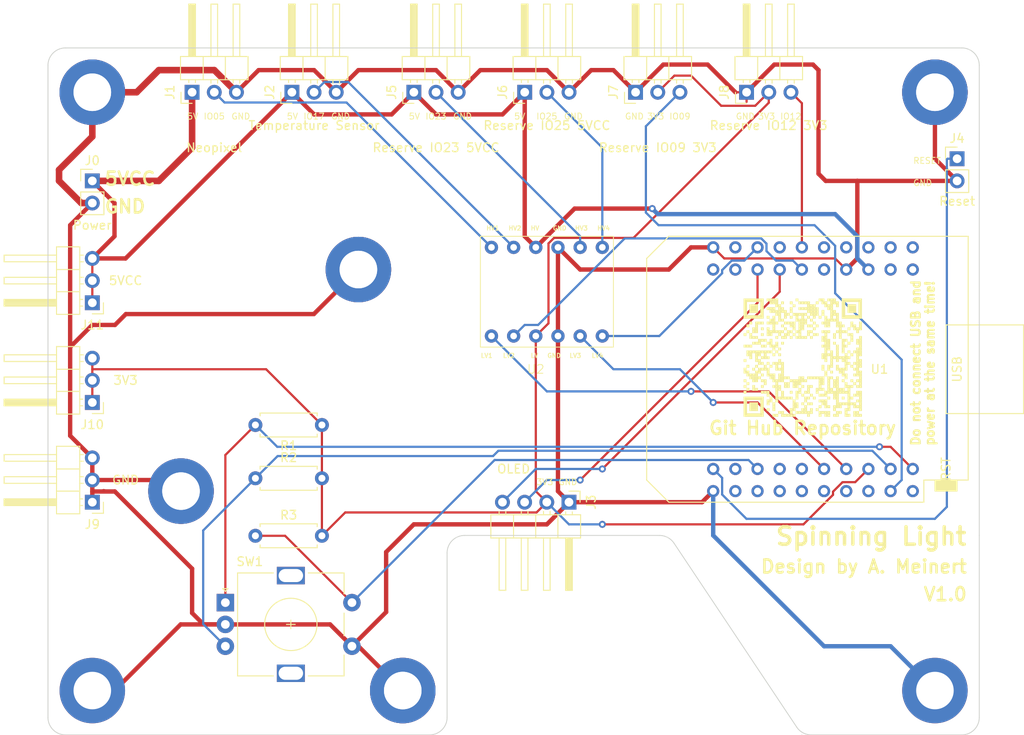
<source format=kicad_pcb>
(kicad_pcb (version 20221018) (generator pcbnew)
  (layers (0 "F.Cu" signal) (31 "B.Cu" signal) (34 "B.Paste" user) (35 "F.Paste" user) (36 "B.SilkS" user "B.Silkscreen") (37 "F.SilkS" user "F.Silkscreen") (38 "B.Mask" user) (39 "F.Mask" user) (44 "Edge.Cuts" user))
  (net 0 "")
  (net 1 "5VCC")
  (net 2 "Net-(J1-Pin_2)")
  (net 3 "GND")
  (net 4 "Net-(J2-Pin_2)")
  (net 5 "3V3")
  (net 6 "Net-(J3-Pin_3)")
  (net 7 "Net-(J3-Pin_4)")
  (net 8 "Net-(J5-Pin_2)")
  (net 9 "Net-(J6-Pin_2)")
  (net 10 "Net-(J7-Pin_3)")
  (net 11 "Net-(J8-Pin_3)")
  (net 12 "Net-(U1-IO_10{slash}SD3)")
  (net 13 "Net-(U1-IO_13{slash}TCK)")
  (net 14 "Net-(U1-IO_26{slash}D0)")
  (net 15 "Net-(J4-Pin_1)")
  (net 24 "Net-(U1-IO_23{slash}D7)")
  (net 26 "Net-(U1-IO_05{slash}D8)")
  (net 32 "Net-(U1-IO_25)")
  (net 34 "Net-(U1-IO_17{slash}D3)")
  (footprint "" (layer "F.Cu") (at 119.38 111.76)
    (fp_text reference "")
    (fp_text value "")
  )
  (footprint "" (layer "F.Cu") (at 139.7 86.36)
    (fp_text reference "")
    (fp_text value "")
  )
  (footprint "Connector_PinHeader_2.54mm:PinHeader_1x03_P2.54mm_Horizontal" (layer "F.Cu") (at 158.75 66.04 90)
    (fp_text reference "J6")
    (fp_text value "Reserve IO25 5VCC")
  )
  (footprint "Connector_PinHeader_2.54mm:PinHeader_1x03_P2.54mm_Horizontal" (layer "F.Cu") (at 146.05 66.04 90)
    (fp_text reference "J5")
    (fp_text value "Reserve IO23 5VCC")
  )
  (footprint "Rotary_Encoder:RotaryEncoder_Alps_EC11E-Switch_Vertical_H20mm" (layer "F.Cu") (at 124.46 124.54)
    (fp_text reference "SW1")
    (fp_text value "RotaryEncoder_Switch")
  )
  (footprint "" (layer "F.Cu") (at 205.74 66.04)
    (fp_text reference "")
    (fp_text value "")
  )
  (footprint "MountingHole:MountingHole_4.3mm_M4_DIN965_Pad" (layer "F.Cu") (at 119.38 111.76)
    (fp_text reference "REF**" hide)
    (fp_text value "MountingHole_4.3mm_M4_DIN965_Pad")
  )
  (footprint "Resistor_THT:R_Axial_DIN0207_L6.3mm_D2.5mm_P7.62mm_Horizontal" (layer "F.Cu") (at 135.52 104.18 180)
    (fp_text reference "R1")
    (fp_text value "10k")
  )
  (footprint "Resistor_THT:R_Axial_DIN0207_L6.3mm_D2.5mm_P7.62mm_Horizontal" (layer "F.Cu") (at 127.9 110.29)
    (fp_text reference "R2")
    (fp_text value "10k")
  )
  (footprint "" (layer "F.Cu") (at 144.78 134.62)
    (fp_text reference "")
    (fp_text value "")
  )
  (footprint "Connector_PinHeader_2.54mm:PinHeader_1x02_P2.54mm_Vertical" (layer "F.Cu") (at 208.28 73.66)
    (fp_text reference "J4")
    (fp_text value "Reset")
  )
  (footprint "" (layer "F.Cu") (at 205.74 134.62)
    (fp_text reference "")
    (fp_text value "")
  )
  (footprint "MountingHole:MountingHole_4.3mm_M4_DIN965_Pad" (layer "F.Cu") (at 139.7 86.36)
    (fp_text reference "REF**" hide)
    (fp_text value "MountingHole_4.3mm_M4_DIN965_Pad" hide)
  )
  (footprint "Connector_PinHeader_2.54mm:PinHeader_1x03_P2.54mm_Horizontal" (layer "F.Cu") (at 171.45 66.04 90)
    (fp_text reference "J7")
    (fp_text value "Reserve IO09 3V3")
  )
  (footprint "ESP32Mini:esp32-wemos-d1-mini" (layer "F.Cu") (at 191.77 97.79 90)
    (fp_text reference "U1")
    (fp_text value "esp32-wemos-d1-mini")
  )
  (footprint "Connector_PinHeader_2.54mm:PinHeader_1x03_P2.54mm_Horizontal" (layer "F.Cu") (at 109.22 113.03 180)
    (fp_text reference "J9")
    (fp_text value "GND")
  )
  (footprint "Level Shifter:4xLEvel Shifter" (layer "F.Cu") (at 160.02 99.06)
    (fp_text reference "U2")
    (fp_text value "~")
  )
  (footprint "Resistor_THT:R_Axial_DIN0207_L6.3mm_D2.5mm_P7.62mm_Horizontal" (layer "F.Cu") (at 127.9 116.88)
    (fp_text reference "R3")
    (fp_text value "10k")
  )
  (footprint "Connector_PinHeader_2.54mm:PinHeader_1x03_P2.54mm_Horizontal" (layer "F.Cu") (at 109.22 90.17 180)
    (fp_text reference "J11")
    (fp_text value "5VCC")
  )
  (footprint "MountingHole:MountingHole_4.3mm_M4_DIN965_Pad" (layer "F.Cu") (at 109.22 66.04)
    (fp_text reference "REF**" hide)
    (fp_text value "MountingHole_4.3mm_M4_DIN965_Pad" hide)
  )
  (footprint "Connector_PinHeader_2.54mm:PinHeader_1x03_P2.54mm_Horizontal" (layer "F.Cu") (at 184.165 66.04 90)
    (fp_text reference "J8")
    (fp_text value "Reserve IO12 3V3")
  )
  (footprint "Connector_PinHeader_2.54mm:PinHeader_1x03_P2.54mm_Horizontal" (layer "F.Cu") (at 132.08 66.04 90)
    (fp_text reference "J2")
    (fp_text value "Temperature Sensor")
  )
  (footprint "Connector_PinHeader_2.54mm:PinHeader_1x03_P2.54mm_Horizontal" (layer "F.Cu") (at 120.65 66.04 90)
    (fp_text reference "J1")
    (fp_text value "Neopixel")
  )
  (footprint "Connector_PinHeader_2.54mm:PinHeader_1x02_P2.54mm_Vertical" (layer "F.Cu") (at 109.22 76.2)
    (fp_text reference "J0")
    (fp_text value "Power")
  )
  (footprint "Connector_PinHeader_2.54mm:PinHeader_1x03_P2.54mm_Horizontal" (layer "F.Cu") (at 109.22 101.6 180)
    (fp_text reference "J10")
    (fp_text value "3V3")
  )
  (footprint "MountingHole:MountingHole_4.3mm_M4_DIN965_Pad" (layer "F.Cu") (at 144.78 134.62)
    (fp_text reference "REF**" hide)
    (fp_text value "MountingHole_4.3mm_M4_DIN965_Pad" hide)
  )
  (footprint "Connector_PinHeader_2.54mm:PinHeader_1x04_P2.54mm_Horizontal" (layer "F.Cu") (at 163.82 113.03 -90)
    (fp_text reference "J3")
    (fp_text value "OLED")
  )
  (footprint "" (layer "F.Cu") (at 109.22 66.04)
    (fp_text reference "")
    (fp_text value "")
  )
  (footprint "MountingHole:MountingHole_4.3mm_M4_DIN965_Pad" (layer "F.Cu") (at 109.22 134.62)
    (fp_text reference "REF**" hide)
    (fp_text value "MountingHole_4.3mm_M4_DIN965_Pad" hide)
  )
  (footprint "MountingHole:MountingHole_4.3mm_M4_DIN965_Pad" (layer "F.Cu") (at 205.74 66.04)
    (fp_text reference "REF**" hide)
    (fp_text value "MountingHole_4.3mm_M4_DIN965_Pad" hide)
  )
  (gr_poly (pts (xy 188.449479 100.925312) (xy 188.11875 100.925312) (xy 188.11875 100.594583) (xy 188.449479 100.594583)) (fill solid) (layer "F.SilkS"))
  (gr_poly (pts (xy 190.764583 102.909688) (xy 190.433854 102.909688) (xy 190.433854 102.578958) (xy 190.764583 102.578958)) (fill solid) (layer "F.SilkS"))
  (gr_poly (pts (xy 190.764583 90.34198) (xy 190.433854 90.34198) (xy 190.433854 90.01125) (xy 190.764583 90.01125)) (fill solid) (layer "F.SilkS"))
  (gr_poly (pts (xy 191.756771 91.334167) (xy 191.426042 91.334167) (xy 191.426042 91.003438) (xy 191.756771 91.003438)) (fill solid) (layer "F.SilkS"))
  (gr_poly (pts (xy 193.741146 100.263854) (xy 193.410417 100.263854) (xy 193.410417 99.933125) (xy 193.741146 99.933125)) (fill solid) (layer "F.SilkS"))
  (gr_poly (pts (xy 186.134375 98.610208) (xy 185.803646 98.610208) (xy 185.803646 98.279479) (xy 186.134375 98.279479)) (fill solid) (layer "F.SilkS"))
  (gr_poly (pts (xy 189.110938 101.256041) (xy 188.780209 101.256041) (xy 188.780209 100.925312) (xy 189.110938 100.925312)) (fill solid) (layer "F.SilkS"))
  (gr_poly (pts (xy 189.441667 92.987813) (xy 189.110938 92.987813) (xy 189.110938 92.657084) (xy 189.441667 92.657084)) (fill solid) (layer "F.SilkS"))
  (gr_poly (pts (xy 186.795834 97.287292) (xy 186.465104 97.287292) (xy 186.465104 96.956562) (xy 186.795834 96.956562)) (fill solid) (layer "F.SilkS"))
  (gr_poly (pts (xy 193.741146 92.987813) (xy 193.410417 92.987813) (xy 193.410417 92.657084) (xy 193.741146 92.657084)) (fill solid) (layer "F.SilkS"))
  (gr_poly (pts (xy 195.725521 97.618021) (xy 195.394791 97.618021) (xy 195.394791 97.287292) (xy 195.725521 97.287292)) (fill solid) (layer "F.SilkS"))
  (gr_poly (pts (xy 192.418229 91.664896) (xy 192.0875 91.664896) (xy 192.0875 91.334167) (xy 192.418229 91.334167)) (fill solid) (layer "F.SilkS"))
  (gr_poly (pts (xy 187.788021 95.302917) (xy 187.457292 95.302917) (xy 187.457292 94.972188) (xy 187.788021 94.972188)) (fill solid) (layer "F.SilkS"))
  (gr_poly (pts (xy 197.379166 97.618021) (xy 197.048438 97.618021) (xy 197.048438 97.287292) (xy 197.379166 97.287292)) (fill solid) (layer "F.SilkS"))
  (gr_poly (pts (xy 188.449479 97.618021) (xy 188.11875 97.618021) (xy 188.11875 97.287292) (xy 188.449479 97.287292)) (fill solid) (layer "F.SilkS"))
  (gr_poly (pts (xy 197.379166 100.925312) (xy 197.048438 100.925312) (xy 197.048438 100.594583) (xy 197.379166 100.594583)) (fill solid) (layer "F.SilkS"))
  (gr_poly (pts (xy 186.134375 95.302917) (xy 185.803646 95.302917) (xy 185.803646 94.972188) (xy 186.134375 94.972188)) (fill solid) (layer "F.SilkS"))
  (gr_poly (pts (xy 189.441667 100.594583) (xy 189.110938 100.594583) (xy 189.110938 100.263854) (xy 189.441667 100.263854)) (fill solid) (layer "F.SilkS"))
  (gr_poly (pts (xy 185.472917 98.940937) (xy 185.142188 98.940937) (xy 185.142188 98.610208) (xy 185.472917 98.610208)) (fill solid) (layer "F.SilkS"))
  (gr_poly (pts (xy 190.433854 100.263854) (xy 190.103126 100.263854) (xy 190.103126 99.933125) (xy 190.433854 99.933125)) (fill solid) (layer "F.SilkS"))
  (gr_poly (pts (xy 188.11875 96.295104) (xy 187.788021 96.295104) (xy 187.788021 95.964376) (xy 188.11875 95.964376)) (fill solid) (layer "F.SilkS"))
  (gr_poly (pts (xy 185.472917 98.279479) (xy 185.142188 98.279479) (xy 185.142188 97.94875) (xy 185.472917 97.94875)) (fill solid) (layer "F.SilkS"))
  (gr_poly (pts (xy 185.142188 95.964376) (xy 184.811459 95.964376) (xy 184.811459 95.633646) (xy 185.142188 95.633646)) (fill solid) (layer "F.SilkS"))
  (gr_poly (pts (xy 194.733333 102.248229) (xy 194.402604 102.248229) (xy 194.402604 101.917501) (xy 194.733333 101.917501)) (fill solid) (layer "F.SilkS"))
  (gr_poly (pts (xy 193.410417 93.98) (xy 193.079687 93.98) (xy 193.079687 93.649271) (xy 193.410417 93.649271)) (fill solid) (layer "F.SilkS"))
  (gr_poly (pts (xy 187.788021 101.256041) (xy 187.457292 101.256041) (xy 187.457292 100.925312) (xy 187.788021 100.925312)) (fill solid) (layer "F.SilkS"))
  (gr_poly (pts (xy 192.418229 100.263854) (xy 192.0875 100.263854) (xy 192.0875 99.933125) (xy 192.418229 99.933125)) (fill solid) (layer "F.SilkS"))
  (gr_poly (pts (xy 188.449479 90.34198) (xy 188.11875 90.34198) (xy 188.11875 90.01125) (xy 188.449479 90.01125)) (fill solid) (layer "F.SilkS"))
  (gr_poly (pts (xy 197.048438 96.295104) (xy 196.717708 96.295104) (xy 196.717708 95.964376) (xy 197.048438 95.964376)) (fill solid) (layer "F.SilkS"))
  (gr_poly (pts (xy 194.071875 98.940937) (xy 193.741146 98.940937) (xy 193.741146 98.610208) (xy 194.071875 98.610208)) (fill solid) (layer "F.SilkS"))
  (gr_poly (pts (xy 189.110938 99.933125) (xy 188.780209 99.933125) (xy 188.780209 99.602396) (xy 189.110938 99.602396)) (fill solid) (layer "F.SilkS"))
  (gr_poly (pts (xy 197.379166 103.240416) (xy 197.048438 103.240416) (xy 197.048438 102.909688) (xy 197.379166 102.909688)) (fill solid) (layer "F.SilkS"))
  (gr_poly (pts (xy 185.472917 96.956562) (xy 185.142188 96.956562) (xy 185.142188 96.625833) (xy 185.472917 96.625833)) (fill solid) (layer "F.SilkS"))
  (gr_poly (pts (xy 189.772396 99.602396) (xy 189.441667 99.602396) (xy 189.441667 99.271667) (xy 189.772396 99.271667)) (fill solid) (layer "F.SilkS"))
  (gr_poly (pts (xy 190.433854 93.649271) (xy 190.103126 93.649271) (xy 190.103126 93.318542) (xy 190.433854 93.318542)) (fill solid) (layer "F.SilkS"))
  (gr_poly (pts (xy 197.048438 102.248229) (xy 196.717708 102.248229) (xy 196.717708 101.917501) (xy 197.048438 101.917501)) (fill solid) (layer "F.SilkS"))
  (gr_poly (pts (xy 197.048438 96.956562) (xy 196.717708 96.956562) (xy 196.717708 96.625833) (xy 197.048438 96.625833)) (fill solid) (layer "F.SilkS"))
  (gr_poly (pts (xy 193.741146 94.641459) (xy 193.410417 94.641459) (xy 193.410417 94.310729) (xy 193.741146 94.310729)) (fill solid) (layer "F.SilkS"))
  (gr_poly (pts (xy 197.048438 97.94875) (xy 196.717708 97.94875) (xy 196.717708 97.618021) (xy 197.048438 97.618021)) (fill solid) (layer "F.SilkS"))
  (gr_poly (pts (xy 192.0875 91.003438) (xy 191.756771 91.003438) (xy 191.756771 90.672709) (xy 192.0875 90.672709)) (fill solid) (layer "F.SilkS"))
  (gr_poly (pts (xy 197.379166 102.248229) (xy 197.048438 102.248229) (xy 197.048438 101.917501) (xy 197.379166 101.917501)) (fill solid) (layer "F.SilkS"))
  (gr_poly (pts (xy 197.379166 96.295104) (xy 197.048438 96.295104) (xy 197.048438 95.964376) (xy 197.379166 95.964376)) (fill solid) (layer "F.SilkS"))
  (gr_poly (pts (xy 195.064062 93.649271) (xy 194.733333 93.649271) (xy 194.733333 93.318542) (xy 195.064062 93.318542)) (fill solid) (layer "F.SilkS"))
  (gr_poly (pts (xy 193.410417 96.956562) (xy 193.079687 96.956562) (xy 193.079687 96.625833) (xy 193.410417 96.625833)) (fill solid) (layer "F.SilkS"))
  (gr_poly (pts (xy 194.402604 103.240416) (xy 194.071875 103.240416) (xy 194.071875 102.909688) (xy 194.402604 102.909688)) (fill solid) (layer "F.SilkS"))
  (gr_poly (pts (xy 197.048438 93.649271) (xy 196.717708 93.649271) (xy 196.717708 93.318542) (xy 197.048438 93.318542)) (fill solid) (layer "F.SilkS"))
  (gr_poly (pts (xy 196.056251 99.933125) (xy 195.725521 99.933125) (xy 195.725521 99.602396) (xy 196.056251 99.602396)) (fill solid) (layer "F.SilkS"))
  (gr_poly (pts (xy 185.142188 94.310729) (xy 184.811459 94.310729) (xy 184.811459 93.98) (xy 185.142188 93.98)) (fill solid) (layer "F.SilkS"))
  (gr_poly (pts (xy 193.410417 91.995625) (xy 193.079687 91.995625) (xy 193.079687 91.664896) (xy 193.410417 91.664896)) (fill solid) (layer "F.SilkS"))
  (gr_poly (pts (xy 194.733333 95.302917) (xy 194.402604 95.302917) (xy 194.402604 94.972188) (xy 194.733333 94.972188)) (fill solid) (layer "F.SilkS"))
  (gr_poly (pts (xy 195.064062 97.94875) (xy 194.733333 97.94875) (xy 194.733333 97.618021) (xy 195.064062 97.618021)) (fill solid) (layer "F.SilkS"))
  (gr_poly (pts (xy 187.126563 95.302917) (xy 186.795834 95.302917) (xy 186.795834 94.972188) (xy 187.126563 94.972188)) (fill solid) (layer "F.SilkS"))
  (gr_poly (pts (xy 195.725521 98.610208) (xy 195.394791 98.610208) (xy 195.394791 98.279479) (xy 195.725521 98.279479)) (fill solid) (layer "F.SilkS"))
  (gr_poly (pts (xy 188.11875 102.909688) (xy 187.788021 102.909688) (xy 187.788021 102.578958) (xy 188.11875 102.578958)) (fill solid) (layer "F.SilkS"))
  (gr_poly (pts (xy 195.394791 97.94875) (xy 195.064062 97.94875) (xy 195.064062 97.618021) (xy 195.394791 97.618021)) (fill solid) (layer "F.SilkS"))
  (gr_poly (pts (xy 190.103126 90.01125) (xy 189.772396 90.01125) (xy 189.772396 89.680521) (xy 190.103126 89.680521)) (fill solid) (layer "F.SilkS"))
  (gr_poly (pts (xy 188.449479 91.003438) (xy 188.11875 91.003438) (xy 188.11875 90.672709) (xy 188.449479 90.672709)) (fill solid) (layer "F.SilkS"))
  (gr_poly (pts (xy 191.756771 90.672709) (xy 191.426042 90.672709) (xy 191.426042 90.34198) (xy 191.756771 90.34198)) (fill solid) (layer "F.SilkS"))
  (gr_poly (pts (xy 189.110938 99.602396) (xy 188.780209 99.602396) (xy 188.780209 99.271667) (xy 189.110938 99.271667)) (fill solid) (layer "F.SilkS"))
  (gr_poly (pts (xy 190.764583 91.003438) (xy 190.433854 91.003438) (xy 190.433854 90.672709) (xy 190.764583 90.672709)) (fill solid) (layer "F.SilkS"))
  (gr_poly (pts (xy 194.402604 94.310729) (xy 194.071875 94.310729) (xy 194.071875 93.98) (xy 194.402604 93.98)) (fill solid) (layer "F.SilkS"))
  (gr_poly (pts (xy 188.449479 97.94875) (xy 188.11875 97.94875) (xy 188.11875 97.618021) (xy 188.449479 97.618021)) (fill solid) (layer "F.SilkS"))
  (gr_poly (pts (xy 186.134375 97.287292) (xy 185.803646 97.287292) (xy 185.803646 96.956562) (xy 186.134375 96.956562)) (fill solid) (layer "F.SilkS"))
  (gr_poly (pts (xy 186.134375 99.933125) (xy 185.803646 99.933125) (xy 185.803646 99.602396) (xy 186.134375 99.602396)) (fill solid) (layer "F.SilkS"))
  (gr_poly (pts (xy 187.457292 101.917501) (xy 187.126563 101.917501) (xy 187.126563 101.586771) (xy 187.457292 101.586771)) (fill solid) (layer "F.SilkS"))
  (gr_poly (pts (xy 196.056251 101.917501) (xy 195.725521 101.917501) (xy 195.725521 101.586771) (xy 196.056251 101.586771)) (fill solid) (layer "F.SilkS"))
  (gr_poly (pts (xy 193.079687 95.302917) (xy 192.748958 95.302917) (xy 192.748958 94.972188) (xy 193.079687 94.972188)) (fill solid) (layer "F.SilkS"))
  (gr_poly (pts (xy 194.733333 92.657084) (xy 194.402604 92.657084) (xy 194.402604 92.326354) (xy 194.733333 92.326354)) (fill solid) (layer "F.SilkS"))
  (gr_poly (pts (xy 187.788021 90.01125) (xy 187.457292 90.01125) (xy 187.457292 89.680521) (xy 187.788021 89.680521)) (fill solid) (layer "F.SilkS"))
  (gr_poly (pts (xy 191.756771 91.003438) (xy 191.426042 91.003438) (xy 191.426042 90.672709) (xy 191.756771 90.672709)) (fill solid) (layer "F.SilkS"))
  (gr_poly (pts (xy 190.103126 101.917501) (xy 189.772396 101.917501) (xy 189.772396 101.586771) (xy 190.103126 101.586771)) (fill solid) (layer "F.SilkS"))
  (gr_poly (pts (xy 185.142188 94.972188) (xy 184.811459 94.972188) (xy 184.811459 94.641459) (xy 185.142188 94.641459)) (fill solid) (layer "F.SilkS"))
  (gr_poly (pts (xy 196.717708 102.248229) (xy 196.386979 102.248229) (xy 196.386979 101.917501) (xy 196.717708 101.917501)) (fill solid) (layer "F.SilkS"))
  (gr_poly (pts (xy 190.103126 91.664896) (xy 189.772396 91.664896) (xy 189.772396 91.334167) (xy 190.103126 91.334167)) (fill solid) (layer "F.SilkS"))
  (gr_poly (pts (xy 190.103126 101.256041) (xy 189.772396 101.256041) (xy 189.772396 100.925312) (xy 190.103126 100.925312)) (fill solid) (layer "F.SilkS"))
  (gr_poly (pts (xy 187.788021 99.271667) (xy 187.457292 99.271667) (xy 187.457292 98.940937) (xy 187.788021 98.940937)) (fill solid) (layer "F.SilkS"))
  (gr_poly (pts (xy 188.780209 101.256041) (xy 188.449479 101.256041) (xy 188.449479 100.925312) (xy 188.780209 100.925312)) (fill solid) (layer "F.SilkS"))
  (gr_poly (pts (xy 185.803646 98.940937) (xy 185.472917 98.940937) (xy 185.472917 98.610208) (xy 185.803646 98.610208)) (fill solid) (layer "F.SilkS"))
  (gr_poly (pts (xy 194.733333 101.917501) (xy 194.402604 101.917501) (xy 194.402604 101.586771) (xy 194.733333 101.586771)) (fill solid) (layer "F.SilkS"))
  (gr_poly (pts (xy 197.379166 94.310729) (xy 197.048438 94.310729) (xy 197.048438 93.98) (xy 197.379166 93.98)) (fill solid) (layer "F.SilkS"))
  (gr_poly (pts (xy 194.733333 102.909688) (xy 194.402604 102.909688) (xy 194.402604 102.578958) (xy 194.733333 102.578958)) (fill solid) (layer "F.SilkS"))
  (gr_poly (pts (xy 196.386979 94.641459) (xy 196.056251 94.641459) (xy 196.056251 94.310729) (xy 196.386979 94.310729)) (fill solid) (layer "F.SilkS"))
  (gr_poly (pts (xy 184.15 93.98) (xy 183.819271 93.98) (xy 183.819271 93.649271) (xy 184.15 93.649271)) (fill solid) (layer "F.SilkS"))
  (gr_poly (pts (xy 194.071875 91.995625) (xy 193.741146 91.995625) (xy 193.741146 91.664896) (xy 194.071875 91.664896)) (fill solid) (layer "F.SilkS"))
  (gr_poly (pts (xy 195.394791 95.302917) (xy 195.064062 95.302917) (xy 195.064062 94.972188) (xy 195.394791 94.972188)) (fill solid) (layer "F.SilkS"))
  (gr_poly (pts (xy 189.772396 99.933125) (xy 189.441667 99.933125) (xy 189.441667 99.602396) (xy 189.772396 99.602396)) (fill solid) (layer "F.SilkS"))
  (gr_poly (pts (xy 189.441667 91.995625) (xy 189.110938 91.995625) (xy 189.110938 91.664896) (xy 189.441667 91.664896)) (fill solid) (layer "F.SilkS"))
  (gr_poly (pts (xy 191.095312 92.657084) (xy 190.764583 92.657084) (xy 190.764583 92.326354) (xy 191.095312 92.326354)) (fill solid) (layer "F.SilkS"))
  (gr_poly (pts (xy 193.079687 98.940937) (xy 192.748958 98.940937) (xy 192.748958 98.610208) (xy 193.079687 98.610208)) (fill solid) (layer "F.SilkS"))
  (gr_poly (pts (xy 192.748958 90.01125) (xy 192.418229 90.01125) (xy 192.418229 89.680521) (xy 192.748958 89.680521)) (fill solid) (layer "F.SilkS"))
  (gr_poly (pts (xy 193.410417 92.657084) (xy 193.079687 92.657084) (xy 193.079687 92.326354) (xy 193.410417 92.326354)) (fill solid) (layer "F.SilkS"))
  (gr_poly (pts (xy 196.717708 92.987813) (xy 196.386979 92.987813) (xy 196.386979 92.657084) (xy 196.717708 92.657084)) (fill solid) (layer "F.SilkS"))
  (gr_poly (pts (xy 195.064062 93.98) (xy 194.733333 93.98) (xy 194.733333 93.649271) (xy 195.064062 93.649271)) (fill solid) (layer "F.SilkS"))
  (gr_poly (pts (xy 184.811459 95.302917) (xy 184.48073 95.302917) (xy 184.48073 94.972188) (xy 184.811459 94.972188)) (fill solid) (layer "F.SilkS"))
  (gr_poly (pts (xy 190.103126 93.649271) (xy 189.772396 93.649271) (xy 189.772396 93.318542) (xy 190.103126 93.318542)) (fill solid) (layer "F.SilkS"))
  (gr_poly (pts (xy 191.426042 91.334167) (xy 191.095312 91.334167) (xy 191.095312 91.003438) (xy 191.426042 91.003438)) (fill solid) (layer "F.SilkS"))
  (gr_poly (pts (xy 193.741146 95.633646) (xy 193.410417 95.633646) (xy 193.410417 95.302917) (xy 193.741146 95.302917)) (fill solid) (layer "F.SilkS"))
  (gr_poly (pts (xy 186.795834 96.625833) (xy 186.465104 96.625833) (xy 186.465104 96.295104) (xy 186.795834 96.295104)) (fill solid) (layer "F.SilkS"))
  (gr_poly (pts (xy 193.741146 90.672709) (xy 193.410417 90.672709) (xy 193.410417 90.34198) (xy 193.741146 90.34198)) (fill solid) (layer "F.SilkS"))
  (gr_poly (pts (xy 186.465104 97.94875) (xy 186.134375 97.94875) (xy 186.134375 97.618021) (xy 186.465104 97.618021)) (fill solid) (layer "F.SilkS"))
  (gr_poly (pts (xy 188.449479 98.279479) (xy 188.11875 98.279479) (xy 188.11875 97.94875) (xy 188.449479 97.94875)) (fill solid) (layer "F.SilkS"))
  (gr_poly (pts (xy 188.780209 99.602396) (xy 188.449479 99.602396) (xy 188.449479 99.271667) (xy 188.780209 99.271667)) (fill solid) (layer "F.SilkS"))
  (gr_poly (pts (xy 188.449479 92.326354) (xy 188.11875 92.326354) (xy 188.11875 91.995625) (xy 188.449479 91.995625)) (fill solid) (layer "F.SilkS"))
  (gr_poly (pts (xy 196.717708 98.610208) (xy 196.386979 98.610208) (xy 196.386979 98.279479) (xy 196.717708 98.279479)) (fill solid) (layer "F.SilkS"))
  (gr_poly (pts (xy 196.717708 102.909688) (xy 196.386979 102.909688) (xy 196.386979 102.578958) (xy 196.717708 102.578958)) (fill solid) (layer "F.SilkS"))
  (gr_poly (pts (xy 193.410417 92.326354) (xy 193.079687 92.326354) (xy 193.079687 91.995625) (xy 193.410417 91.995625)) (fill solid) (layer "F.SilkS"))
  (gr_poly (pts (xy 185.803646 98.279479) (xy 185.472917 98.279479) (xy 185.472917 97.94875) (xy 185.803646 97.94875)) (fill solid) (layer "F.SilkS"))
  (gr_poly (pts (xy 186.795834 101.586771) (xy 186.465104 101.586771) (xy 186.465104 101.256041) (xy 186.795834 101.256041)) (fill solid) (layer "F.SilkS"))
  (gr_poly (pts (xy 195.394791 94.641459) (xy 195.064062 94.641459) (xy 195.064062 94.310729) (xy 195.394791 94.310729)) (fill solid) (layer "F.SilkS"))
  (gr_poly (pts (xy 193.741146 102.909688) (xy 193.410417 102.909688) (xy 193.410417 102.578958) (xy 193.741146 102.578958)) (fill solid) (layer "F.SilkS"))
  (gr_poly (pts (xy 186.795834 97.94875) (xy 186.465104 97.94875) (xy 186.465104 97.618021) (xy 186.795834 97.618021)) (fill solid) (layer "F.SilkS"))
  (gr_poly (pts (xy 191.426042 99.933125) (xy 191.095312 99.933125) (xy 191.095312 99.602396) (xy 191.426042 99.602396)) (fill solid) (layer "F.SilkS"))
  (gr_poly (pts (xy 196.717708 100.925312) (xy 196.386979 100.925312) (xy 196.386979 100.594583) (xy 196.717708 100.594583)) (fill solid) (layer "F.SilkS"))
  (gr_poly (pts (xy 195.394791 93.649271) (xy 195.064062 93.649271) (xy 195.064062 93.318542) (xy 195.394791 93.318542)) (fill solid) (layer "F.SilkS"))
  (gr_poly (pts (xy 187.126563 101.256041) (xy 186.795834 101.256041) (xy 186.795834 100.925312) (xy 187.126563 100.925312)) (fill solid) (layer "F.SilkS"))
  (gr_poly (pts (xy 184.811459 92.657084) (xy 184.48073 92.657084) (xy 184.48073 92.326354) (xy 184.811459 92.326354)) (fill solid) (layer "F.SilkS"))
  (gr_poly (pts (xy 194.733333 95.964376) (xy 194.402604 95.964376) (xy 194.402604 95.633646) (xy 194.733333 95.633646)) (fill solid) (layer "F.SilkS"))
  (gr_poly (pts (xy 185.472917 96.625833) (xy 185.142188 96.625833) (xy 185.142188 96.295104) (xy 185.472917 96.295104)) (fill solid) (layer "F.SilkS"))
  (gr_poly (pts (xy 187.457292 99.271667) (xy 187.126563 99.271667) (xy 187.126563 98.940937) (xy 187.457292 98.940937)) (fill solid) (layer "F.SilkS"))
  (gr_poly (pts (xy 189.772396 93.318542) (xy 189.441667 93.318542) (xy 189.441667 92.987813) (xy 189.772396 92.987813)) (fill solid) (layer "F.SilkS"))
  (gr_poly (pts (xy 189.441667 101.256041) (xy 189.110938 101.256041) (xy 189.110938 100.925312) (xy 189.441667 100.925312)) (fill solid) (layer "F.SilkS"))
  (gr_poly (pts (xy 189.772396 91.664896) (xy 189.441667 91.664896) (xy 189.441667 91.334167) (xy 189.772396 91.334167)) (fill solid) (layer "F.SilkS"))
  (gr_poly (pts (xy 194.402604 90.34198) (xy 194.071875 90.34198) (xy 194.071875 90.01125) (xy 194.402604 90.01125)) (fill solid) (layer "F.SilkS"))
  (gr_poly (pts (xy 187.126563 98.940937) (xy 186.795834 98.940937) (xy 186.795834 98.610208) (xy 187.126563 98.610208)) (fill solid) (layer "F.SilkS"))
  (gr_poly (pts (xy 194.733333 92.326354) (xy 194.402604 92.326354) (xy 194.402604 91.995625) (xy 194.733333 91.995625)) (fill solid) (layer "F.SilkS"))
  (gr_poly (pts (xy 187.788021 94.972188) (xy 187.457292 94.972188) (xy 187.457292 94.641459) (xy 187.788021 94.641459)) (fill solid) (layer "F.SilkS"))
  (gr_poly (pts (xy 194.402604 92.326354) (xy 194.071875 92.326354) (xy 194.071875 91.995625) (xy 194.402604 91.995625)) (fill solid) (layer "F.SilkS"))
  (gr_poly (pts (xy 189.441667 102.909688) (xy 189.110938 102.909688) (xy 189.110938 102.578958) (xy 189.441667 102.578958)) (fill solid) (layer "F.SilkS"))
  (gr_poly (pts (xy 187.126563 91.003438) (xy 186.795834 91.003438) (xy 186.795834 90.672709) (xy 187.126563 90.672709)) (fill solid) (layer "F.SilkS"))
  (gr_poly (pts (xy 194.402604 100.594583) (xy 194.071875 100.594583) (xy 194.071875 100.263854) (xy 194.402604 100.263854)) (fill solid) (layer "F.SilkS"))
  (gr_poly (pts (xy 196.386979 99.271667) (xy 196.056251 99.271667) (xy 196.056251 98.940937) (xy 196.386979 98.940937)) (fill solid) (layer "F.SilkS"))
  (gr_poly (pts (xy 195.064062 100.594583) (xy 194.733333 100.594583) (xy 194.733333 100.263854) (xy 195.064062 100.263854)) (fill solid) (layer "F.SilkS"))
  (gr_poly (pts (xy 189.772396 93.98) (xy 189.441667 93.98) (xy 189.441667 93.649271) (xy 189.772396 93.649271)) (fill solid) (layer "F.SilkS"))
  (gr_poly (pts (xy 184.15 99.933125) (xy 183.819271 99.933125) (xy 183.819271 99.602396) (xy 184.15 99.602396)) (fill solid) (layer "F.SilkS"))
  (gr_poly (pts (xy 193.079687 90.01125) (xy 192.748958 90.01125) (xy 192.748958 89.680521) (xy 193.079687 89.680521)) (fill solid) (layer "F.SilkS"))
  (gr_poly (pts (xy 191.756771 94.310729) (xy 191.426042 94.310729) (xy 191.426042 93.98) (xy 191.756771 93.98)) (fill solid) (layer "F.SilkS"))
  (gr_poly (pts (xy 195.725521 101.917501) (xy 195.394791 101.917501) (xy 195.394791 101.586771) (xy 195.725521 101.586771)) (fill solid) (layer "F.SilkS"))
  (gr_poly (pts (xy 193.741146 99.602396) (xy 193.410417 99.602396) (xy 193.410417 99.271667) (xy 193.741146 99.271667)) (fill solid) (layer "F.SilkS"))
  (gr_poly (pts (xy 196.386979 97.618021) (xy 196.056251 97.618021) (xy 196.056251 97.287292) (xy 196.386979 97.287292)) (fill solid) (layer "F.SilkS"))
  (gr_poly (pts (xy 193.741146 101.256041) (xy 193.410417 101.256041) (xy 193.410417 100.925312) (xy 193.741146 100.925312)) (fill solid) (layer "F.SilkS"))
  (gr_poly (pts (xy 191.095312 91.003438) (xy 190.764583 91.003438) (xy 190.764583 90.672709) (xy 191.095312 90.672709)) (fill solid) (layer "F.SilkS"))
  (gr_poly (pts (xy 188.11875 98.940937) (xy 187.788021 98.940937) (xy 187.788021 98.610208) (xy 188.11875 98.610208)) (fill solid) (layer "F.SilkS"))
  (gr_poly (pts (xy 193.410417 95.964376) (xy 193.079687 95.964376) (xy 193.079687 95.633646) (xy 193.410417 95.633646)) (fill solid) (layer "F.SilkS"))
  (gr_poly (pts (xy 188.11875 99.271667) (xy 187.788021 99.271667) (xy 187.788021 98.940937) (xy 188.11875 98.940937)) (fill solid) (layer "F.SilkS"))
  (gr_poly (pts (xy 189.110938 92.657084) (xy 188.780209 92.657084) (xy 188.780209 92.326354) (xy 189.110938 92.326354)) (fill solid) (layer "F.SilkS"))
  (gr_poly (pts (xy 194.402604 100.925312) (xy 194.071875 100.925312) (xy 194.071875 100.594583) (xy 194.402604 100.594583)) (fill solid) (layer "F.SilkS"))
  (gr_poly (pts (xy 193.079687 91.334167) (xy 192.748958 91.334167) (xy 192.748958 91.003438) (xy 193.079687 91.003438)) (fill solid) (layer "F.SilkS"))
  (gr_poly (pts (xy 188.11875 90.672709) (xy 187.788021 90.672709) (xy 187.788021 90.34198) (xy 188.11875 90.34198)) (fill solid) (layer "F.SilkS"))
  (gr_poly (pts (xy 185.803646 94.641459) (xy 185.472917 94.641459) (xy 185.472917 94.310729) (xy 185.803646 94.310729)) (fill solid) (layer "F.SilkS"))
  (gr_poly (pts (xy 186.795834 102.578958) (xy 186.465104 102.578958) (xy 186.465104 102.248229) (xy 186.795834 102.248229)) (fill solid) (layer "F.SilkS"))
  (gr_poly (pts (xy 193.741146 93.649271) (xy 193.410417 93.649271) (xy 193.410417 93.318542) (xy 193.741146 93.318542)) (fill solid) (layer "F.SilkS"))
  (gr_poly (pts (xy 188.449479 98.940937) (xy 188.11875 98.940937) (xy 188.11875 98.610208) (xy 188.449479 98.610208)) (fill solid) (layer "F.SilkS"))
  (gr_poly (pts (xy 187.457292 93.649271) (xy 187.126563 93.649271) (xy 187.126563 93.318542) (xy 187.457292 93.318542)) (fill solid) (layer "F.SilkS"))
  (gr_poly (pts (xy 188.449479 98.610208) (xy 188.11875 98.610208) (xy 188.11875 98.279479) (xy 188.449479 98.279479)) (fill solid) (layer "F.SilkS"))
  (gr_poly (pts (xy 197.379166 99.602396) (xy 197.048438 99.602396) (xy 197.048438 99.271667) (xy 197.379166 99.271667)) (fill solid) (layer "F.SilkS"))
  (gr_poly (pts (xy 187.457292 91.995625) (xy 187.126563 91.995625) (xy 187.126563 91.664896) (xy 187.457292 91.664896)) (fill solid) (layer "F.SilkS"))
  (gr_poly (pts (xy 191.756771 98.940937) (xy 191.426042 98.940937) (xy 191.426042 98.610208) (xy 191.756771 98.610208)) (fill solid) (layer "F.SilkS"))
  (gr_poly (pts (xy 195.725521 99.933125) (xy 195.394791 99.933125) (xy 195.394791 99.602396) (xy 195.725521 99.602396)) (fill solid) (layer "F.SilkS"))
  (gr_poly (pts (xy 193.079687 100.263854) (xy 192.748958 100.263854) (xy 192.748958 99.933125) (xy 193.079687 99.933125)) (fill solid) (layer "F.SilkS"))
  (gr_poly (pts (xy 192.418229 92.987813) (xy 192.0875 92.987813) (xy 192.0875 92.657084) (xy 192.418229 92.657084)) (fill solid) (layer "F.SilkS"))
  (gr_poly (pts (xy 192.418229 100.594583) (xy 192.0875 100.594583) (xy 192.0875 100.263854) (xy 192.418229 100.263854)) (fill solid) (layer "F.SilkS"))
  (gr_poly (pts (xy 186.795834 98.279479) (xy 186.465104 98.279479) (xy 186.465104 97.94875) (xy 186.795834 97.94875)) (fill solid) (layer "F.SilkS"))
  (gr_poly (pts (xy 195.064062 93.318542) (xy 194.733333 93.318542) (xy 194.733333 92.987813) (xy 195.064062 92.987813)) (fill solid) (layer "F.SilkS"))
  (gr_poly (pts (xy 194.071875 91.664896) (xy 193.741146 91.664896) (xy 193.741146 91.334167) (xy 194.071875 91.334167)) (fill solid) (layer "F.SilkS"))
  (gr_poly (pts (xy 189.441667 91.003438) (xy 189.110938 91.003438) (xy 189.110938 90.672709) (xy 189.441667 90.672709)) (fill solid) (layer "F.SilkS"))
  (gr_poly (pts (xy 184.15 100.594583) (xy 183.819271 100.594583) (xy 183.819271 100.263854) (xy 184.15 100.263854)) (fill solid) (layer "F.SilkS"))
  (gr_poly (pts (xy 196.386979 93.98) (xy 196.056251 93.98) (xy 196.056251 93.649271) (xy 196.386979 93.649271)) (fill solid) (layer "F.SilkS"))
  (gr_poly (pts (xy 188.11875 91.995625) (xy 187.788021 91.995625) (xy 187.788021 91.664896) (xy 188.11875 91.664896)) (fill solid) (layer "F.SilkS"))
  (gr_poly (pts (xy 193.741146 92.657084) (xy 193.410417 92.657084) (xy 193.410417 92.326354) (xy 193.741146 92.326354)) (fill solid) (layer "F.SilkS"))
  (gr_poly (pts (xy 196.717708 99.602396) (xy 196.386979 99.602396) (xy 196.386979 99.271667) (xy 196.717708 99.271667)) (fill solid) (layer "F.SilkS"))
  (gr_poly (pts (xy 197.048438 95.633646) (xy 196.717708 95.633646) (xy 196.717708 95.302917) (xy 197.048438 95.302917)) (fill solid) (layer "F.SilkS"))
  (gr_poly (pts (xy 190.433854 102.909688) (xy 190.103126 102.909688) (xy 190.103126 102.578958) (xy 190.433854 102.578958)) (fill solid) (layer "F.SilkS"))
  (gr_poly (pts (xy 187.788021 103.240416) (xy 187.457292 103.240416) (xy 187.457292 102.909688) (xy 187.788021 102.909688)) (fill solid) (layer "F.SilkS"))
  (gr_poly (pts (xy 195.725521 102.909688) (xy 195.394791 102.909688) (xy 195.394791 102.578958) (xy 195.725521 102.578958)) (fill solid) (layer "F.SilkS"))
  (gr_poly (pts (xy 193.410417 94.310729) (xy 193.079687 94.310729) (xy 193.079687 93.98) (xy 193.410417 93.98)) (fill solid) (layer "F.SilkS"))
  (gr_line (start 185.78711 90.027787) (end 185.78711 91.64836) (stroke (width 0.1)) (layer "F.SilkS"))
  (gr_poly (pts (xy 195.394791 96.625833) (xy 195.064062 96.625833) (xy 195.064062 96.295104) (xy 195.394791 96.295104)) (fill solid) (layer "F.SilkS"))
  (gr_poly (pts (xy 190.433854 91.003438) (xy 190.103126 91.003438) (xy 190.103126 90.672709) (xy 190.433854 90.672709)) (fill solid) (layer "F.SilkS"))
  (gr_poly (pts (xy 187.126563 94.972188) (xy 186.795834 94.972188) (xy 186.795834 94.641459) (xy 187.126563 94.641459)) (fill solid) (layer "F.SilkS"))
  (gr_poly (pts (xy 194.733333 93.649271) (xy 194.402604 93.649271) (xy 194.402604 93.318542) (xy 194.733333 93.318542)) (fill solid) (layer "F.SilkS"))
  (gr_poly (pts (xy 186.465104 96.625833) (xy 186.134375 96.625833) (xy 186.134375 96.295104) (xy 186.465104 96.295104)) (fill solid) (layer "F.SilkS"))
  (gr_poly (pts (xy 191.426042 98.940937) (xy 191.095312 98.940937) (xy 191.095312 98.610208) (xy 191.426042 98.610208)) (fill solid) (layer "F.SilkS"))
  (gr_poly (pts (xy 187.788021 93.649271) (xy 187.457292 93.649271) (xy 187.457292 93.318542) (xy 187.788021 93.318542)) (fill solid) (layer "F.SilkS"))
  (gr_poly (pts (xy 190.764583 99.933125) (xy 190.433854 99.933125) (xy 190.433854 99.602396) (xy 190.764583 99.602396)) (fill solid) (layer "F.SilkS"))
  (gr_poly (pts (xy 196.056251 95.964376) (xy 195.725521 95.964376) (xy 195.725521 95.633646) (xy 196.056251 95.633646)) (fill solid) (layer "F.SilkS"))
  (gr_poly (pts (xy 188.449479 103.240416) (xy 188.11875 103.240416) (xy 188.11875 102.909688) (xy 188.449479 102.909688)) (fill solid) (layer "F.SilkS"))
  (gr_poly (pts (xy 197.379166 99.933125) (xy 197.048438 99.933125) (xy 197.048438 99.602396) (xy 197.379166 99.602396)) (fill solid) (layer "F.SilkS"))
  (gr_poly (pts (xy 194.402604 96.625833) (xy 194.071875 96.625833) (xy 194.071875 96.295104) (xy 194.402604 96.295104)) (fill solid) (layer "F.SilkS"))
  (gr_poly (pts (xy 187.457292 90.34198) (xy 187.126563 90.34198) (xy 187.126563 90.01125) (xy 187.457292 90.01125)) (fill solid) (layer "F.SilkS"))
  (gr_poly (pts (xy 196.056251 100.594583) (xy 195.725521 100.594583) (xy 195.725521 100.263854) (xy 196.056251 100.263854)) (fill solid) (layer "F.SilkS"))
  (gr_poly (pts (xy 194.402604 90.01125) (xy 194.071875 90.01125) (xy 194.071875 89.680521) (xy 194.402604 89.680521)) (fill solid) (layer "F.SilkS"))
  (gr_poly (pts (xy 193.410417 95.302917) (xy 193.079687 95.302917) (xy 193.079687 94.972188) (xy 193.410417 94.972188)) (fill solid) (layer "F.SilkS"))
  (gr_poly (pts (xy 197.048438 95.964376) (xy 196.717708 95.964376) (xy 196.717708 95.633646) (xy 197.048438 95.633646)) (fill solid) (layer "F.SilkS"))
  (gr_poly (pts (xy 187.788021 97.618021) (xy 187.457292 97.618021) (xy 187.457292 97.287292) (xy 187.788021 97.287292)) (fill solid) (layer "F.SilkS"))
  (gr_poly (pts (xy 188.449479 94.310729) (xy 188.11875 94.310729) (xy 188.11875 93.98) (xy 188.449479 93.98)) (fill solid) (layer "F.SilkS"))
  (gr_poly (pts (xy 186.465104 94.641459) (xy 186.134375 94.641459) (xy 186.134375 94.310729) (xy 186.465104 94.310729)) (fill solid) (layer "F.SilkS"))
  (gr_poly (pts (xy 195.394791 100.594583) (xy 195.064062 100.594583) (xy 195.064062 100.263854) (xy 195.394791 100.263854)) (fill solid) (layer "F.SilkS"))
  (gr_poly (pts (xy 189.441667 93.649271) (xy 189.110938 93.649271) (xy 189.110938 93.318542) (xy 189.441667 93.318542)) (fill solid) (layer "F.SilkS"))
  (gr_poly (pts (xy 197.048438 102.909688) (xy 196.717708 102.909688) (xy 196.717708 102.578958) (xy 197.048438 102.578958)) (fill solid) (layer "F.SilkS"))
  (gr_poly (pts (xy 194.402604 102.578958) (xy 194.071875 102.578958) (xy 194.071875 102.248229) (xy 194.402604 102.248229)) (fill solid) (layer "F.SilkS"))
  (gr_poly (pts (xy 185.803646 97.287292) (xy 185.472917 97.287292) (xy 185.472917 96.956562) (xy 185.803646 96.956562)) (fill solid) (layer "F.SilkS"))
  (gr_poly (pts (xy 188.449479 92.987813) (xy 188.11875 92.987813) (xy 188.11875 92.657084) (xy 188.449479 92.657084)) (fill solid) (layer "F.SilkS"))
  (gr_poly (pts (xy 193.741146 99.271667) (xy 193.410417 99.271667) (xy 193.410417 98.940937) (xy 193.741146 98.940937)) (fill solid) (layer "F.SilkS"))
  (gr_poly (pts (xy 197.379166 101.256041) (xy 197.048438 101.256041) (xy 197.048438 100.925312) (xy 197.379166 100.925312)) (fill solid) (layer "F.SilkS"))
  (gr_poly (pts (xy 190.103126 94.310729) (xy 189.772396 94.310729) (xy 189.772396 93.98) (xy 190.103126 93.98)) (fill solid) (layer "F.SilkS"))
  (gr_poly (pts (xy 191.756771 102.909688) (xy 191.426042 102.909688) (xy 191.426042 102.578958) (xy 191.756771 102.578958)) (fill solid) (layer "F.SilkS"))
  (gr_poly (pts (xy 188.11875 96.956562) (xy 187.788021 96.956562) (xy 187.788021 96.625833) (xy 188.11875 96.625833)) (fill solid) (layer "F.SilkS"))
  (gr_poly (pts (xy 190.103126 102.909688) (xy 189.772396 102.909688) (xy 189.772396 102.578958) (xy 190.103126 102.578958)) (fill solid) (layer "F.SilkS"))
  (gr_poly (pts (xy 192.418229 91.334167) (xy 192.0875 91.334167) (xy 192.0875 91.003438) (xy 192.418229 91.003438)) (fill solid) (layer "F.SilkS"))
  (gr_poly (pts (xy 187.457292 99.933125) (xy 187.126563 99.933125) (xy 187.126563 99.602396) (xy 187.457292 99.602396)) (fill solid) (layer "F.SilkS"))
  (gr_poly (pts (xy 193.079687 99.602396) (xy 192.748958 99.602396) (xy 192.748958 99.271667) (xy 193.079687 99.271667)) (fill solid) (layer "F.SilkS"))
  (gr_poly (pts (xy 188.780209 98.940937) (xy 188.449479 98.940937) (xy 188.449479 98.610208) (xy 188.780209 98.610208)) (fill solid) (layer "F.SilkS"))
  (gr_poly (pts (xy 189.110938 98.940937) (xy 188.780209 98.940937) (xy 188.780209 98.610208) (xy 189.110938 98.610208)) (fill solid) (layer "F.SilkS"))
  (gr_poly (pts (xy 195.394791 94.972188) (xy 195.064062 94.972188) (xy 195.064062 94.641459) (xy 195.394791 94.641459)) (fill solid) (layer "F.SilkS"))
  (gr_poly (pts (xy 194.071875 100.594583) (xy 193.741146 100.594583) (xy 193.741146 100.263854) (xy 194.071875 100.263854)) (fill solid) (layer "F.SilkS"))
  (gr_poly (pts (xy 190.764583 99.271667) (xy 190.433854 99.271667) (xy 190.433854 98.940937) (xy 190.764583 98.940937)) (fill solid) (layer "F.SilkS"))
  (gr_poly (pts (xy 192.0875 101.256041) (xy 191.756771 101.256041) (xy 191.756771 100.925312) (xy 192.0875 100.925312)) (fill solid) (layer "F.SilkS"))
  (gr_poly (pts (xy 187.457292 91.334167) (xy 187.126563 91.334167) (xy 187.126563 91.003438) (xy 187.457292 91.003438)) (fill solid) (layer "F.SilkS"))
  (gr_poly (pts (xy 197.379166 96.956562) (xy 197.048438 96.956562) (xy 197.048438 96.625833) (xy 197.379166 96.625833)) (fill solid) (layer "F.SilkS"))
  (gr_poly (pts (xy 187.457292 90.01125) (xy 187.126563 90.01125) (xy 187.126563 89.680521) (xy 187.457292 89.680521)) (fill solid) (layer "F.SilkS"))
  (gr_poly (pts (xy 197.048438 94.641459) (xy 196.717708 94.641459) (xy 196.717708 94.310729) (xy 197.048438 94.310729)) (fill solid) (layer "F.SilkS"))
  (gr_poly (pts (xy 196.386979 92.657084) (xy 196.056251 92.657084) (xy 196.056251 92.326354) (xy 196.386979 92.326354)) (fill solid) (layer "F.SilkS"))
  (gr_poly (pts (xy 193.410417 90.34198) (xy 193.079687 90.34198) (xy 193.079687 90.01125) (xy 193.410417 90.01125)) (fill solid) (layer "F.SilkS"))
  (gr_poly (pts (xy 185.142188 98.610208) (xy 184.811459 98.610208) (xy 184.811459 98.279479) (xy 185.142188 98.279479)) (fill solid) (layer "F.SilkS"))
  (gr_poly (pts (xy 197.379166 94.641459) (xy 197.048438 94.641459) (xy 197.048438 94.310729) (xy 197.379166 94.310729)) (fill solid) (layer "F.SilkS"))
  (gr_poly (pts (xy 196.056251 96.625833) (xy 195.725521 96.625833) (xy 195.725521 96.295104) (xy 196.056251 96.295104)) (fill solid) (layer "F.SilkS"))
  (gr_poly (pts (xy 192.748958 100.925312) (xy 192.418229 100.925312) (xy 192.418229 100.594583) (xy 192.748958 100.594583)) (fill solid) (layer "F.SilkS"))
  (gr_poly (pts (xy 197.048438 97.618021) (xy 196.717708 97.618021) (xy 196.717708 97.287292) (xy 197.048438 97.287292)) (fill solid) (layer "F.SilkS"))
  (gr_poly (pts (xy 194.733333 90.672709) (xy 194.402604 90.672709) (xy 194.402604 90.34198) (xy 194.733333 90.34198)) (fill solid) (layer "F.SilkS"))
  (gr_poly (pts (xy 192.0875 91.995625) (xy 191.756771 91.995625) (xy 191.756771 91.664896) (xy 192.0875 91.664896)) (fill solid) (layer "F.SilkS"))
  (gr_poly (pts (xy 197.048438 96.625833) (xy 196.717708 96.625833) (xy 196.717708 96.295104) (xy 197.048438 96.295104)) (fill solid) (layer "F.SilkS"))
  (gr_poly (pts (xy 191.756771 101.917501) (xy 191.426042 101.917501) (xy 191.426042 101.586771) (xy 191.756771 101.586771)) (fill solid) (layer "F.SilkS"))
  (gr_poly (pts (xy 187.126563 90.01125) (xy 186.795834 90.01125) (xy 186.795834 89.680521) (xy 187.126563 89.680521)) (fill solid) (layer "F.SilkS"))
  (gr_poly (pts (xy 196.717708 103.240416) (xy 196.386979 103.240416) (xy 196.386979 102.909688) (xy 196.717708 102.909688)) (fill solid) (layer "F.SilkS"))
  (gr_line (start 184.166537 90.027787) (end 185.78711 90.027787) (stroke (width 0.1)) (layer "F.SilkS"))
  (gr_poly (pts (xy 193.079687 101.917501) (xy 192.748958 101.917501) (xy 192.748958 101.586771) (xy 193.079687 101.586771)) (fill solid) (layer "F.SilkS"))
  (gr_poly (pts (xy 193.410417 101.917501) (xy 193.079687 101.917501) (xy 193.079687 101.586771) (xy 193.410417 101.586771)) (fill solid) (layer "F.SilkS"))
  (gr_poly (pts (xy 188.11875 97.94875) (xy 187.788021 97.94875) (xy 187.788021 97.618021) (xy 188.11875 97.618021)) (fill solid) (layer "F.SilkS"))
  (gr_poly (pts (xy 184.48073 97.618021) (xy 184.15 97.618021) (xy 184.15 97.287292) (xy 184.48073 97.287292)) (fill solid) (layer "F.SilkS"))
  (gr_poly (pts (xy 191.095312 99.271667) (xy 190.764583 99.271667) (xy 190.764583 98.940937) (xy 191.095312 98.940937)) (fill solid) (layer "F.SilkS"))
  (gr_poly (pts (xy 189.772396 99.271667) (xy 189.441667 99.271667) (xy 189.441667 98.940937) (xy 189.772396 98.940937)) (fill solid) (layer "F.SilkS"))
  (gr_poly (pts (xy 194.071875 96.295104) (xy 193.741146 96.295104) (xy 193.741146 95.964376) (xy 194.071875 95.964376)) (fill solid) (layer "F.SilkS"))
  (gr_poly (pts (xy 190.103126 92.326354) (xy 189.772396 92.326354) (xy 189.772396 91.995625) (xy 190.103126 91.995625)) (fill solid) (layer "F.SilkS"))
  (gr_poly (pts (xy 195.394791 92.987813) (xy 195.064062 92.987813) (xy 195.064062 92.657084) (xy 195.394791 92.657084)) (fill solid) (layer "F.SilkS"))
  (gr_poly (pts (xy 193.079687 93.649271) (xy 192.748958 93.649271) (xy 192.748958 93.318542) (xy 193.079687 93.318542)) (fill solid) (layer "F.SilkS"))
  (gr_poly (pts (xy 188.449479 100.594583) (xy 188.11875 100.594583) (xy 188.11875 100.263854) (xy 188.449479 100.263854)) (fill solid) (layer "F.SilkS"))
  (gr_poly (pts (xy 193.741146 99.933125) (xy 193.410417 99.933125) (xy 193.410417 99.602396) (xy 193.741146 99.602396)) (fill solid) (layer "F.SilkS"))
  (gr_poly (pts (xy 197.048438 93.318542) (xy 196.717708 93.318542) (xy 196.717708 92.987813) (xy 197.048438 92.987813)) (fill solid) (layer "F.SilkS"))
  (gr_poly (pts (xy 195.725521 102.578958) (xy 195.394791 102.578958) (xy 195.394791 102.248229) (xy 195.725521 102.248229)) (fill solid) (layer "F.SilkS"))
  (gr_poly (pts (xy 196.717708 101.917501) (xy 196.386979 101.917501) (xy 196.386979 101.586771) (xy 196.717708 101.586771)) (fill solid) (layer "F.SilkS"))
  (gr_poly (pts (xy 197.379166 95.633646) (xy 197.048438 95.633646) (xy 197.048438 95.302917) (xy 197.379166 95.302917)) (fill solid) (layer "F.SilkS"))
  (gr_poly (pts (xy 187.126563 97.618021) (xy 186.795834 97.618021) (xy 186.795834 97.287292) (xy 187.126563 97.287292)) (fill solid) (layer "F.SilkS"))
  (gr_poly (pts (xy 196.386979 96.295104) (xy 196.056251 96.295104) (xy 196.056251 95.964376) (xy 196.386979 95.964376)) (fill solid) (layer "F.SilkS"))
  (gr_poly (pts (xy 196.056251 103.240416) (xy 195.725521 103.240416) (xy 195.725521 102.909688) (xy 196.056251 102.909688)) (fill solid) (layer "F.SilkS"))
  (gr_poly (pts (xy 191.426042 103.240416) (xy 191.095312 103.240416) (xy 191.095312 102.909688) (xy 191.426042 102.909688)) (fill solid) (layer "F.SilkS"))
  (gr_poly (pts (xy 194.071875 91.334167) (xy 193.741146 91.334167) (xy 193.741146 91.003438) (xy 194.071875 91.003438)) (fill solid) (layer "F.SilkS"))
  (gr_poly (pts (xy 193.741146 94.972188) (xy 193.410417 94.972188) (xy 193.410417 94.641459) (xy 193.741146 94.641459)) (fill solid) (layer "F.SilkS"))
  (gr_poly (pts (xy 187.788021 100.263854) (xy 187.457292 100.263854) (xy 187.457292 99.933125) (xy 187.788021 99.933125)) (fill solid) (layer "F.SilkS"))
  (gr_poly (pts (xy 196.717708 93.318542) (xy 196.386979 93.318542) (xy 196.386979 92.987813) (xy 196.717708 92.987813)) (fill solid) (layer "F.SilkS"))
  (gr_poly (pts (xy 197.379166 101.586771) (xy 197.048438 101.586771) (xy 197.048438 101.256041) (xy 197.379166 101.256041)) (fill solid) (layer "F.SilkS"))
  (gr_poly (pts (xy 194.402604 93.98) (xy 194.071875 93.98) (xy 194.071875 93.649271) (xy 194.402604 93.649271)) (fill solid) (layer "F.SilkS"))
  (gr_poly (pts (xy 194.733333 101.586771) (xy 194.402604 101.586771) (xy 194.402604 101.256041) (xy 194.733333 101.256041)) (fill solid) (layer "F.SilkS"))
  (gr_poly (pts (xy 184.15 98.279479) (xy 183.819271 98.279479) (xy 183.819271 97.94875) (xy 184.15 97.94875)) (fill solid) (layer "F.SilkS"))
  (gr_poly (pts (xy 191.756771 102.578958) (xy 191.426042 102.578958) (xy 191.426042 102.248229) (xy 191.756771 102.248229)) (fill solid) (layer "F.SilkS"))
  (gr_line (start 197.031901 90.027787) (end 197.031901 91.64836) (stroke (width 0.1)) (layer "F.SilkS"))
  (gr_poly (pts (xy 187.788021 97.287292) (xy 187.457292 97.287292) (xy 187.457292 96.956562) (xy 187.788021 96.956562)) (fill solid) (layer "F.SilkS"))
  (gr_poly (pts (xy 192.0875 91.664896) (xy 191.756771 91.664896) (xy 191.756771 91.334167) (xy 192.0875 91.334167)) (fill solid) (layer "F.SilkS"))
  (gr_poly (pts (xy 186.134375 94.641459) (xy 185.803646 94.641459) (xy 185.803646 94.310729) (xy 186.134375 94.310729)) (fill solid) (layer "F.SilkS"))
  (gr_poly (pts (xy 194.071875 97.287292) (xy 193.741146 97.287292) (xy 193.741146 96.956562) (xy 194.071875 96.956562)) (fill solid) (layer "F.SilkS"))
  (gr_poly (pts (xy 197.379166 101.917501) (xy 197.048438 101.917501) (xy 197.048438 101.586771) (xy 197.379166 101.586771)) (fill solid) (layer "F.SilkS"))
  (gr_poly (pts (xy 194.733333 96.956562) (xy 194.402604 96.956562) (xy 194.402604 96.625833) (xy 194.733333 96.625833)) (fill solid) (layer "F.SilkS"))
  (gr_poly (pts (xy 185.472917 94.972188) (xy 185.142188 94.972188) (xy 185.142188 94.641459) (xy 185.472917 94.641459)) (fill solid) (layer "F.SilkS"))
  (gr_poly (pts (xy 195.725521 94.641459) (xy 195.394791 94.641459) (xy 195.394791 94.310729) (xy 195.725521 94.310729)) (fill solid) (layer "F.SilkS"))
  (gr_poly (pts (xy 189.441667 103.240416) (xy 189.110938 103.240416) (xy 189.110938 102.909688) (xy 189.441667 102.909688)) (fill solid) (layer "F.SilkS"))
  (gr_poly (pts (xy 190.433854 94.310729) (xy 190.103126 94.310729) (xy 190.103126 93.98) (xy 190.433854 93.98)) (fill solid) (layer "F.SilkS"))
  (gr_poly (pts (xy 193.741146 103.240416) (xy 193.410417 103.240416) (xy 193.410417 102.909688) (xy 193.741146 102.909688)) (fill solid) (layer "F.SilkS"))
  (gr_poly (pts (xy 193.410417 94.641459) (xy 193.079687 94.641459) (xy 193.079687 94.310729) (xy 193.410417 94.310729)) (fill solid) (layer "F.SilkS"))
  (gr_poly (pts (xy 189.441667 90.34198) (xy 189.110938 90.34198) (xy 189.110938 90.01125) (xy 189.441667 90.01125)) (fill solid) (layer "F.SilkS"))
  (gr_poly (pts (xy 184.48073 95.964376) (xy 184.15 95.964376) (xy 184.15 95.633646) (xy 184.48073 95.633646)) (fill solid) (layer "F.SilkS"))
  (gr_poly (pts (xy 194.402604 91.664896) (xy 194.071875 91.664896) (xy 194.071875 91.334167) (xy 194.402604 91.334167)) (fill solid) (layer "F.SilkS"))
  (gr_line (start 184.166537 101.272578) (end 185.78711 101.272578) (stroke (width 0.1)) (layer "F.SilkS"))
  (gr_poly (pts (xy 191.756771 91.664896) (xy 191.426042 91.664896) (xy 191.426042 91.334167) (xy 191.756771 91.334167)) (fill solid) (layer "F.SilkS"))
  (gr_poly (pts (xy 187.788021 90.34198) (xy 187.457292 90.34198) (xy 187.457292 90.01125) (xy 187.788021 90.01125)) (fill solid) (layer "F.SilkS"))
  (gr_poly (pts (xy 187.788021 99.933125) (xy 187.457292 99.933125) (xy 187.457292 99.602396) (xy 187.788021 99.602396)) (fill solid) (layer "F.SilkS"))
  (gr_poly (pts (xy 197.379166 94.972188) (xy 197.048438 94.972188) (xy 197.048438 94.641459) (xy 197.379166 94.641459)) (fill solid) (layer "F.SilkS"))
  (gr_poly (pts (xy 190.764583 92.987813) (xy 190.433854 92.987813) (xy 190.433854 92.657084) (xy 190.764583 92.657084)) (fill solid) (layer "F.SilkS"))
  (gr_poly (pts (xy 197.048438 99.933125) (xy 196.717708 99.933125) (xy 196.717708 99.602396) (xy 197.048438 99.602396)) (fill solid) (layer "F.SilkS"))
  (gr_poly (pts (xy 197.379166 102.578958) (xy 197.048438 102.578958) (xy 197.048438 102.248229) (xy 197.379166 102.248229)) (fill solid) (layer "F.SilkS"))
  (gr_poly (pts (xy 191.095312 102.248229) (xy 190.764583 102.248229) (xy 190.764583 101.917501) (xy 191.095312 101.917501)) (fill solid) (layer "F.SilkS"))
  (gr_poly (pts (xy 187.457292 98.940937) (xy 187.126563 98.940937) (xy 187.126563 98.610208) (xy 187.457292 98.610208)) (fill solid) (layer "F.SilkS"))
  (gr_poly (pts (xy 184.48073 98.279479) (xy 184.15 98.279479) (xy 184.15 97.94875) (xy 184.48073 97.94875)) (fill solid) (layer "F.SilkS"))
  (gr_poly (pts (xy 184.811459 98.940937) (xy 184.48073 98.940937) (xy 184.48073 98.610208) (xy 184.811459 98.610208)) (fill solid) (layer "F.SilkS"))
  (gr_poly (pts (xy 194.733333 96.295104) (xy 194.402604 96.295104) (xy 194.402604 95.964376) (xy 194.733333 95.964376)) (fill solid) (layer "F.SilkS"))
  (gr_poly (pts (xy 197.048438 98.610208) (xy 196.717708 98.610208) (xy 196.717708 98.279479) (xy 197.048438 98.279479)) (fill solid) (layer "F.SilkS"))
  (gr_poly (pts (xy 186.795834 100.925312) (xy 186.465104 100.925312) (xy 186.465104 100.594583) (xy 186.795834 100.594583)) (fill solid) (layer "F.SilkS"))
  (gr_poly (pts (xy 188.11875 93.649271) (xy 187.788021 93.649271) (xy 187.788021 93.318542) (xy 188.11875 93.318542)) (fill solid) (layer "F.SilkS"))
  (gr_poly (pts (xy 196.386979 101.917501) (xy 196.056251 101.917501) (xy 196.056251 101.586771) (xy 196.386979 101.586771)) (fill solid) (layer "F.SilkS"))
  (gr_poly (pts (xy 187.126563 95.964376) (xy 186.795834 95.964376) (xy 186.795834 95.633646) (xy 187.126563 95.633646)) (fill solid) (layer "F.SilkS"))
  (gr_poly (pts (xy 185.472917 92.657084) (xy 185.142188 92.657084) (xy 185.142188 92.326354) (xy 185.472917 92.326354)) (fill solid) (layer "F.SilkS"))
  (gr_poly (pts (xy 187.788021 91.664896) (xy 187.457292 91.664896) (xy 187.457292 91.334167) (xy 187.788021 91.334167)) (fill solid) (layer "F.SilkS"))
  (gr_poly (pts (xy 194.071875 96.956562) (xy 193.741146 96.956562) (xy 193.741146 96.625833) (xy 194.071875 96.625833)) (fill solid) (layer "F.SilkS"))
  (gr_poly (pts (xy 193.079687 102.909688) (xy 192.748958 102.909688) (xy 192.748958 102.578958) (xy 193.079687 102.578958)) (fill solid) (layer "F.SilkS"))
  (gr_poly (pts (xy 197.379166 98.279479) (xy 197.048438 98.279479) (xy 197.048438 97.94875) (xy 197.379166 97.94875)) (fill solid) (layer "F.SilkS"))
  (gr_poly (pts (xy 187.457292 92.326354) (xy 187.126563 92.326354) (xy 187.126563 91.995625) (xy 187.457292 91.995625)) (fill solid) (layer "F.SilkS"))
  (gr_poly (pts (xy 184.48073 99.602396) (xy 184.15 99.602396) (xy 184.15 99.271667) (xy 184.48073 99.271667)) (fill solid) (layer "F.SilkS"))
  (gr_poly (pts (xy 184.15 99.271667) (xy 183.819271 99.271667) (xy 183.819271 98.940937) (xy 184.15 98.940937)) (fill solid) (layer "F.SilkS"))
  (gr_poly (pts (xy 187.788021 100.925312) (xy 187.457292 100.925312) (xy 187.457292 100.594583) (xy 187.788021 100.594583)) (fill solid) (layer "F.SilkS"))
  (gr_poly (pts (xy 195.725521 96.956562) (xy 195.394791 96.956562) (xy 195.394791 96.625833) (xy 195.725521 96.625833)) (fill solid) (layer "F.SilkS"))
  (gr_poly (pts (xy 189.772396 103.240416) (xy 189.441667 103.240416) (xy 189.441667 102.909688) (xy 189.772396 102.909688)) (fill solid) (layer "F.SilkS"))
  (gr_poly (pts (xy 188.11875 95.633646) (xy 187.788021 95.633646) (xy 187.788021 95.302917) (xy 188.11875 95.302917)) (fill solid) (layer "F.SilkS"))
  (gr_poly (pts (xy 190.433854 99.271667) (xy 190.103126 99.271667) (xy 190.103126 98.940937) (xy 190.433854 98.940937)) (fill solid) (layer "F.SilkS"))
  (gr_poly (pts (xy 189.441667 94.310729) (xy 189.110938 94.310729) (xy 189.110938 93.98) (xy 189.441667 93.98)) (fill solid) (layer "F.SilkS"))
  (gr_poly (pts (xy 192.748958 99.271667) (xy 192.418229 99.271667) (xy 192.418229 98.940937) (xy 192.748958 98.940937)) (fill solid) (layer "F.SilkS"))
  (gr_poly (pts (xy 194.402604 101.256041) (xy 194.071875 101.256041) (xy 194.071875 100.925312) (xy 194.402604 100.925312)) (fill solid) (layer "F.SilkS"))
  (gr_poly (pts (xy 184.811459 95.964376) (xy 184.48073 95.964376) (xy 184.48073 95.633646) (xy 184.811459 95.633646)) (fill solid) (layer "F.SilkS"))
  (gr_poly (pts (xy 187.126563 92.657084) (xy 186.795834 92.657084) (xy 186.795834 92.326354) (xy 187.126563 92.326354)) (fill solid) (layer "F.SilkS"))
  (gr_poly (pts (xy 195.064062 101.917501) (xy 194.733333 101.917501) (xy 194.733333 101.586771) (xy 195.064062 101.586771)) (fill solid) (layer "F.SilkS"))
  (gr_poly (pts (xy 186.134375 96.625833) (xy 185.803646 96.625833) (xy 185.803646 96.295104) (xy 186.134375 96.295104)) (fill solid) (layer "F.SilkS"))
  (gr_poly (pts (xy 197.379166 91.995625) (xy 195.064062 91.995625) (xy 195.064062 90.027787) (xy 195.411328 90.027787) (xy 195.411328 91.64836) (xy 197.031901 91.64836) (xy 197.031901 90.027787) (xy 195.411328 90.027787) (xy 195.064062 90.027787) (xy 195.064062 89.680521) (xy 197.379166 89.680521)) (fill solid) (layer "F.SilkS"))
  (gr_poly (pts (xy 196.056251 93.318542) (xy 195.725521 93.318542) (xy 195.725521 92.987813) (xy 196.056251 92.987813)) (fill solid) (layer "F.SilkS"))
  (gr_poly (pts (xy 186.134375 91.995625) (xy 183.819271 91.995625) (xy 183.819271 90.027787) (xy 184.166537 90.027787) (xy 184.166537 91.64836) (xy 185.78711 91.64836) (xy 185.78711 90.027787) (xy 184.166537 90.027787) (xy 183.819271 90.027787) (xy 183.819271 89.680521) (xy 186.134375 89.680521)) (fill solid) (layer "F.SilkS"))
  (gr_poly (pts (xy 190.764583 94.310729) (xy 190.433854 94.310729) (xy 190.433854 93.98) (xy 190.764583 93.98)) (fill solid) (layer "F.SilkS"))
  (gr_poly (pts (xy 188.780209 93.318542) (xy 188.449479 93.318542) (xy 188.449479 92.987813) (xy 188.780209 92.987813)) (fill solid) (layer "F.SilkS"))
  (gr_poly (pts (xy 193.741146 98.940937) (xy 193.410417 98.940937) (xy 193.410417 98.610208) (xy 193.741146 98.610208)) (fill solid) (layer "F.SilkS"))
  (gr_poly (pts (xy 185.472917 92.987813) (xy 185.142188 92.987813) (xy 185.142188 92.657084) (xy 185.472917 92.657084)) (fill solid) (layer "F.SilkS"))
  (gr_poly (pts (xy 193.741146 90.01125) (xy 193.410417 90.01125) (xy 193.410417 89.680521) (xy 193.741146 89.680521)) (fill solid) (layer "F.SilkS"))
  (gr_poly (pts (xy 197.379166 92.657084) (xy 197.048438 92.657084) (xy 197.048438 92.326354) (xy 197.379166 92.326354)) (fill solid) (layer "F.SilkS"))
  (gr_poly (pts (xy 186.134375 99.271667) (xy 185.803646 99.271667) (xy 185.803646 98.940937) (xy 186.134375 98.940937)) (fill solid) (layer "F.SilkS"))
  (gr_poly (pts (xy 191.756771 92.987813) (xy 191.426042 92.987813) (xy 191.426042 92.657084) (xy 191.756771 92.657084)) (fill solid) (layer "F.SilkS"))
  (gr_poly (pts (xy 193.410417 98.610208) (xy 193.079687 98.610208) (xy 193.079687 98.279479) (xy 193.410417 98.279479)) (fill solid) (layer "F.SilkS"))
  (gr_poly (pts (xy 194.733333 92.987813) (xy 194.402604 92.987813) (xy 194.402604 92.657084) (xy 194.733333 92.657084)) (fill solid) (layer "F.SilkS"))
  (gr_poly (pts (xy 186.134375 92.657084) (xy 185.803646 92.657084) (xy 185.803646 92.326354) (xy 186.134375 92.326354)) (fill solid) (layer "F.SilkS"))
  (gr_poly (pts (xy 187.457292 97.287292) (xy 187.126563 97.287292) (xy 187.126563 96.956562) (xy 187.457292 96.956562)) (fill solid) (layer "F.SilkS"))
  (gr_poly (pts (xy 186.465104 95.964376) (xy 186.134375 95.964376) (xy 186.134375 95.633646) (xy 186.465104 95.633646)) (fill solid) (layer "F.SilkS"))
  (gr_poly (pts (xy 191.756771 100.925312) (xy 191.426042 100.925312) (xy 191.426042 100.594583) (xy 191.756771 100.594583)) (fill solid) (layer "F.SilkS"))
  (gr_poly (pts (xy 195.394791 101.917501) (xy 195.064062 101.917501) (xy 195.064062 101.586771) (xy 195.394791 101.586771)) (fill solid) (layer "F.SilkS"))
  (gr_poly (pts (xy 191.426042 93.98) (xy 191.095312 93.98) (xy 191.095312 93.649271) (xy 191.426042 93.649271)) (fill solid) (layer "F.SilkS"))
  (gr_poly (pts (xy 185.472917 97.618021) (xy 185.142188 97.618021) (xy 185.142188 97.287292) (xy 185.472917 97.287292)) (fill solid) (layer "F.SilkS"))
  (gr_poly (pts (xy 190.764583 91.995625) (xy 190.433854 91.995625) (xy 190.433854 91.664896) (xy 190.764583 91.664896)) (fill solid) (layer "F.SilkS"))
  (gr_poly (pts (xy 196.386979 101.256041) (xy 196.056251 101.256041) (xy 196.056251 100.925312) (xy 196.386979 100.925312)) (fill solid) (layer "F.SilkS"))
  (gr_poly (pts (xy 195.394791 98.610208) (xy 195.064062 98.610208) (xy 195.064062 98.279479) (xy 195.394791 98.279479)) (fill solid) (layer "F.SilkS"))
  (gr_poly (pts (xy 191.426042 93.649271) (xy 191.095312 93.649271) (xy 191.095312 93.318542) (xy 191.426042 93.318542)) (fill solid) (layer "F.SilkS"))
  (gr_poly (pts (xy 191.095312 101.586771) (xy 190.764583 101.586771) (xy 190.764583 101.256041) (xy 191.095312 101.256041)) (fill solid) (layer "F.SilkS"))
  (gr_poly (pts (xy 195.725521 100.594583) (xy 195.394791 100.594583) (xy 195.394791 100.263854) (xy 195.725521 100.263854)) (fill solid) (layer "F.SilkS"))
  (gr_poly (pts (xy 188.11875 97.287292) (xy 187.788021 97.287292) (xy 187.788021 96.956562) (xy 188.11875 96.956562)) (fill solid) (layer "F.SilkS"))
  (gr_poly (pts (xy 195.394791 100.263854) (xy 195.064062 100.263854) (xy 195.064062 99.933125) (xy 195.394791 99.933125)) (fill solid) (layer "F.SilkS"))
  (gr_poly (pts (xy 184.811459 93.98) (xy 184.48073 93.98) (xy 184.48073 93.649271) (xy 184.811459 93.649271)) (fill solid) (layer "F.SilkS"))
  (gr_poly (pts (xy 196.717708 97.94875) (xy 196.386979 97.94875) (xy 196.386979 97.618021) (xy 196.717708 97.618021)) (fill solid) (layer "F.SilkS"))
  (gr_poly (pts (xy 186.465104 96.295104) (xy 186.134375 96.295104) (xy 186.134375 95.964376) (xy 186.465104 95.964376)) (fill solid) (layer "F.SilkS"))
  (gr_poly (pts (xy 188.449479 99.271667) (xy 188.11875 99.271667) (xy 188.11875 98.940937) (xy 188.449479 98.940937)) (fill solid) (layer "F.SilkS"))
  (gr_poly (pts (xy 194.733333 101.256041) (xy 194.402604 101.256041) (xy 194.402604 100.925312) (xy 194.733333 100.925312)) (fill solid) (layer "F.SilkS"))
  (gr_poly (pts (xy 194.733333 100.263854) (xy 194.402604 100.263854) (xy 194.402604 99.933125) (xy 194.733333 99.933125)) (fill solid) (layer "F.SilkS"))
  (gr_poly (pts (xy 193.079687 97.94875) (xy 192.748958 97.94875) (xy 192.748958 97.618021) (xy 193.079687 97.618021)) (fill solid) (layer "F.SilkS"))
  (gr_poly (pts (xy 196.056251 102.578958) (xy 195.725521 102.578958) (xy 195.725521 102.248229) (xy 196.056251 102.248229)) (fill solid) (layer "F.SilkS"))
  (gr_poly (pts (xy 188.780209 91.995625) (xy 188.449479 91.995625) (xy 188.449479 91.664896) (xy 188.780209 91.664896)) (fill solid) (layer "F.SilkS"))
  (gr_poly (pts (xy 186.465104 99.271667) (xy 186.134375 99.271667) (xy 186.134375 98.940937) (xy 186.465104 98.940937)) (fill solid) (layer "F.SilkS"))
  (gr_poly (pts (xy 190.433854 93.318542) (xy 190.103126 93.318542) (xy 190.103126 92.987813) (xy 190.433854 92.987813)) (fill solid) (layer "F.SilkS"))
  (gr_poly (pts (xy 193.410417 94.972188) (xy 193.079687 94.972188) (xy 193.079687 94.641459) (xy 193.410417 94.641459)) (fill solid) (layer "F.SilkS"))
  (gr_poly (pts (xy 192.748958 101.586771) (xy 192.418229 101.586771) (xy 192.418229 101.256041) (xy 192.748958 101.256041)) (fill solid) (layer "F.SilkS"))
  (gr_poly (pts (xy 195.064062 92.987813) (xy 194.733333 92.987813) (xy 194.733333 92.657084) (xy 195.064062 92.657084)) (fill solid) (layer "F.SilkS"))
  (gr_poly (pts (xy 187.457292 93.318542) (xy 187.126563 93.318542) (xy 187.126563 92.987813) (xy 187.457292 92.987813)) (fill solid) (layer "F.SilkS"))
  (gr_poly (pts (xy 191.095312 102.909688) (xy 190.764583 102.909688) (xy 190.764583 102.578958) (xy 191.095312 102.578958)) (fill solid) (layer "F.SilkS"))
  (gr_poly (pts (xy 187.788021 101.586771) (xy 187.457292 101.586771) (xy 187.457292 101.256041) (xy 187.788021 101.256041)) (fill solid) (layer "F.SilkS"))
  (gr_poly (pts (xy 187.126563 90.34198) (xy 186.795834 90.34198) (xy 186.795834 90.01125) (xy 187.126563 90.01125)) (fill solid) (layer "F.SilkS"))
  (gr_poly (pts (xy 190.433854 92.657084) (xy 190.103126 92.657084) (xy 190.103126 92.326354) (xy 190.433854 92.326354)) (fill solid) (layer "F.SilkS"))
  (gr_poly (pts (xy 195.394791 99.271667) (xy 195.064062 99.271667) (xy 195.064062 98.940937) (xy 195.394791 98.940937)) (fill solid) (layer "F.SilkS"))
  (gr_poly (pts (xy 195.725521 97.287292) (xy 195.394791 97.287292) (xy 195.394791 96.956562) (xy 195.725521 96.956562)) (fill solid) (layer "F.SilkS"))
  (gr_poly (pts (xy 185.472917 99.271667) (xy 185.142188 99.271667) (xy 185.142188 98.940937) (xy 185.472917 98.940937)) (fill solid) (layer "F.SilkS"))
  (gr_poly (pts (xy 195.725521 95.302917) (xy 195.394791 95.302917) (xy 195.394791 94.972188) (xy 195.725521 94.972188)) (fill solid) (layer "F.SilkS"))
  (gr_poly (pts (xy 186.795834 98.610208) (xy 186.465104 98.610208) (xy 186.465104 98.279479) (xy 186.795834 98.279479)) (fill solid) (layer "F.SilkS"))
  (gr_line (start 184.166537 102.893151) (end 184.166537 101.272578) (stroke (width 0.1)) (layer "F.SilkS"))
  (gr_poly (pts (xy 194.733333 95.633646) (xy 194.402604 95.633646) (xy 194.402604 95.302917) (xy 194.733333 95.302917)) (fill solid) (layer "F.SilkS"))
  (gr_poly (pts (xy 187.788021 92.657084) (xy 187.457292 92.657084) (xy 187.457292 92.326354) (xy 187.788021 92.326354)) (fill solid) (layer "F.SilkS"))
  (gr_poly (pts (xy 186.795834 100.594583) (xy 186.465104 100.594583) (xy 186.465104 100.263854) (xy 186.795834 100.263854)) (fill solid) (layer "F.SilkS"))
  (gr_poly (pts (xy 186.465104 99.602396) (xy 186.134375 99.602396) (xy 186.134375 99.271667) (xy 186.465104 99.271667)) (fill solid) (layer "F.SilkS"))
  (gr_poly (pts (xy 194.733333 99.271667) (xy 194.402604 99.271667) (xy 194.402604 98.940937) (xy 194.733333 98.940937)) (fill solid) (layer "F.SilkS"))
  (gr_poly (pts (xy 185.142188 97.94875) (xy 184.811459 97.94875) (xy 184.811459 97.618021) (xy 185.142188 97.618021)) (fill solid) (layer "F.SilkS"))
  (gr_poly (pts (xy 185.142188 100.263854) (xy 184.811459 100.263854) (xy 184.811459 99.933125) (xy 185.142188 99.933125)) (fill solid) (layer "F.SilkS"))
  (gr_poly (pts (xy 195.725521 97.94875) (xy 195.394791 97.94875) (xy 195.394791 97.618021) (xy 195.725521 97.618021)) (fill solid) (layer "F.SilkS"))
  (gr_poly (pts (xy 195.064062 96.625833) (xy 194.733333 96.625833) (xy 194.733333 96.295104) (xy 195.064062 96.295104)) (fill solid) (layer "F.SilkS"))
  (gr_poly (pts (xy 194.733333 91.995625) (xy 194.402604 91.995625) (xy 194.402604 91.664896) (xy 194.733333 91.664896)) (fill solid) (layer "F.SilkS"))
  (gr_poly (pts (xy 194.733333 96.625833) (xy 194.402604 96.625833) (xy 194.402604 96.295104) (xy 194.733333 96.295104)) (fill solid) (layer "F.SilkS"))
  (gr_poly (pts (xy 191.426042 100.263854) (xy 191.095312 100.263854) (xy 191.095312 99.933125) (xy 191.426042 99.933125)) (fill solid) (layer "F.SilkS"))
  (gr_poly (pts (xy 186.795834 95.964376) (xy 186.465104 95.964376) (xy 186.465104 95.633646) (xy 186.795834 95.633646)) (fill solid) (layer "F.SilkS"))
  (gr_poly (pts (xy 191.426042 100.594583) (xy 191.095312 100.594583) (xy 191.095312 100.263854) (xy 191.426042 100.263854)) (fill solid) (layer "F.SilkS"))
  (gr_line (start 185.78711 102.893151) (end 184.166537 102.893151) (stroke (width 0.1)) (layer "F.SilkS"))
  (gr_poly (pts (xy 187.788021 95.964376) (xy 187.457292 95.964376) (xy 187.457292 95.633646) (xy 187.788021 95.633646)) (fill solid) (layer "F.SilkS"))
  (gr_poly (pts (xy 190.103126 102.248229) (xy 189.772396 102.248229) (xy 189.772396 101.917501) (xy 190.103126 101.917501)) (fill solid) (layer "F.SilkS"))
  (gr_poly (pts (xy 187.788021 97.94875) (xy 187.457292 97.94875) (xy 187.457292 97.618021) (xy 187.788021 97.618021)) (fill solid) (layer "F.SilkS"))
  (gr_poly (pts (xy 197.379166 95.964376) (xy 197.048438 95.964376) (xy 197.048438 95.633646) (xy 197.379166 95.633646)) (fill solid) (layer "F.SilkS"))
  (gr_poly (pts (xy 196.056251 102.248229) (xy 195.725521 102.248229) (xy 195.725521 101.917501) (xy 196.056251 101.917501)) (fill solid) (layer "F.SilkS"))
  (gr_poly (pts (xy 185.472917 100.263854) (xy 185.142188 100.263854) (xy 185.142188 99.933125) (xy 185.472917 99.933125)) (fill solid) (layer "F.SilkS"))
  (gr_poly (pts (xy 190.764583 91.664896) (xy 190.433854 91.664896) (xy 190.433854 91.334167) (xy 190.764583 91.334167)) (fill solid) (layer "F.SilkS"))
  (gr_poly (pts (xy 192.418229 102.578958) (xy 192.0875 102.578958) (xy 192.0875 102.248229) (xy 192.418229 102.248229)) (fill solid) (layer "F.SilkS"))
  (gr_poly (pts (xy 195.725521 103.240416) (xy 195.394791 103.240416) (xy 195.394791 102.909688) (xy 195.725521 102.909688)) (fill solid) (layer "F.SilkS"))
  (gr_poly (pts (xy 192.0875 91.334167) (xy 191.756771 91.334167) (xy 191.756771 91.003438) (xy 192.0875 91.003438)) (fill solid) (layer "F.SilkS"))
  (gr_poly (pts (xy 192.0875 92.657084) (xy 191.756771 92.657084) (xy 191.756771 92.326354) (xy 192.0875 92.326354)) (fill solid) (layer "F.SilkS"))
  (gr_poly (pts (xy 195.064062 102.909688) (xy 194.733333 102.909688) (xy 194.733333 102.578958) (xy 195.064062 102.578958)) (fill solid) (layer "F.SilkS"))
  (gr_poly (pts (xy 193.410417 103.240416) (xy 193.079687 103.240416) (xy 193.079687 102.909688) (xy 193.410417 102.909688)) (fill solid) (layer "F.SilkS"))
  (gr_poly (pts (xy 187.788021 91.334167) (xy 187.457292 91.334167) (xy 187.457292 91.003438) (xy 187.788021 91.003438)) (fill solid) (layer "F.SilkS"))
  (gr_poly (pts (xy 194.402604 94.972188) (xy 194.071875 94.972188) (xy 194.071875 94.641459) (xy 194.402604 94.641459)) (fill solid) (layer "F.SilkS"))
  (gr_poly (pts (xy 186.465104 100.594583) (xy 186.134375 100.594583) (xy 186.134375 100.263854) (xy 186.465104 100.263854)) (fill solid) (layer "F.SilkS"))
  (gr_poly (pts (xy 187.126563 91.334167) (xy 186.795834 91.334167) (xy 186.795834 91.003438) (xy 187.126563 91.003438)) (fill solid) (layer "F.SilkS"))
  (gr_poly (pts (xy 186.795834 90.01125) (xy 186.465104 90.01125) (xy 186.465104 89.680521) (xy 186.795834 89.680521)) (fill solid) (layer "F.SilkS"))
  (gr_poly (pts (xy 197.379166 100.594583) (xy 197.048438 100.594583) (xy 197.048438 100.263854) (xy 197.379166 100.263854)) (fill solid) (layer "F.SilkS"))
  (gr_poly (pts (xy 194.733333 99.933125) (xy 194.402604 99.933125) (xy 194.402604 99.602396) (xy 194.733333 99.602396)) (fill solid) (layer "F.SilkS"))
  (gr_poly (pts (xy 186.134375 95.964376) (xy 185.803646 95.964376) (xy 185.803646 95.633646) (xy 186.134375 95.633646)) (fill solid) (layer "F.SilkS"))
  (gr_poly (pts (xy 185.803646 92.657084) (xy 185.472917 92.657084) (xy 185.472917 92.326354) (xy 185.803646 92.326354)) (fill solid) (layer "F.SilkS"))
  (gr_poly (pts (xy 190.433854 98.940937) (xy 190.103126 98.940937) (xy 190.103126 98.610208) (xy 190.433854 98.610208)) (fill solid) (layer "F.SilkS"))
  (gr_poly (pts (xy 186.795834 93.318542) (xy 186.465104 93.318542) (xy 186.465104 92.987813) (xy 186.795834 92.987813)) (fill solid) (layer "F.SilkS"))
  (gr_poly (pts (xy 195.394791 101.256041) (xy 195.064062 101.256041) (xy 195.064062 100.925312) (xy 195.394791 100.925312)) (fill solid) (layer "F.SilkS"))
  (gr_poly (pts (xy 194.733333 90.34198) (xy 194.402604 90.34198) (xy 194.402604 90.01125) (xy 194.733333 90.01125)) (fill solid) (layer "F.SilkS"))
  (gr_poly (pts (xy 188.11875 99.933125) (xy 187.788021 99.933125) (xy 187.788021 99.602396) (xy 188.11875 99.602396)) (fill solid) (layer "F.SilkS"))
  (gr_poly (pts (xy 194.733333 98.940937) (xy 194.402604 98.940937) (xy 194.402604 98.610208) (xy 194.733333 98.610208)) (fill solid) (layer "F.SilkS"))
  (gr_poly (pts (xy 195.064062 102.248229) (xy 194.733333 102.248229) (xy 194.733333 101.917501) (xy 195.064062 101.917501)) (fill solid) (layer "F.SilkS"))
  (gr_poly (pts (xy 193.410417 101.586771) (xy 193.079687 101.586771) (xy 193.079687 101.256041) (xy 193.410417 101.256041)) (fill solid) (layer "F.SilkS"))
  (gr_poly (pts (xy 197.379166 99.271667) (xy 197.048438 99.271667) (xy 197.048438 98.940937) (xy 197.379166 98.940937)) (fill solid) (layer "F.SilkS"))
  (gr_poly (pts (xy 194.733333 103.240416) (xy 194.402604 103.240416) (xy 194.402604 102.909688) (xy 194.733333 102.909688)) (fill solid) (layer "F.SilkS"))
  (gr_poly (pts (xy 192.748958 103.240416) (xy 192.418229 103.240416) (xy 192.418229 102.909688) (xy 192.748958 102.909688)) (fill solid) (layer "F.SilkS"))
  (gr_poly (pts (xy 191.756771 92.326354) (xy 191.426042 92.326354) (xy 191.426042 91.995625) (xy 191.756771 91.995625)) (fill solid) (layer "F.SilkS"))
  (gr_poly (pts (xy 188.780209 99.933125) (xy 188.449479 99.933125) (xy 188.449479 99.602396) (xy 188.780209 99.602396)) (fill solid) (layer "F.SilkS"))
  (gr_poly (pts (xy 190.103126 100.925312) (xy 189.772396 100.925312) (xy 189.772396 100.594583) (xy 190.103126 100.594583)) (fill solid) (layer "F.SilkS"))
  (gr_poly (pts (xy 190.433854 100.594583) (xy 190.103126 100.594583) (xy 190.103126 100.263854) (xy 190.433854 100.263854)) (fill solid) (layer "F.SilkS"))
  (gr_poly (pts (xy 194.402604 91.334167) (xy 194.071875 91.334167) (xy 194.071875 91.003438) (xy 194.402604 91.003438)) (fill solid) (layer "F.SilkS"))
  (gr_poly (pts (xy 197.379166 93.318542) (xy 197.048438 93.318542) (xy 197.048438 92.987813) (xy 197.379166 92.987813)) (fill solid) (layer "F.SilkS"))
  (gr_poly (pts (xy 197.379166 98.610208) (xy 197.048438 98.610208) (xy 197.048438 98.279479) (xy 197.379166 98.279479)) (fill solid) (layer "F.SilkS"))
  (gr_poly (pts (xy 186.465104 95.302917) (xy 186.134375 95.302917) (xy 186.134375 94.972188) (xy 186.465104 94.972188)) (fill solid) (layer "F.SilkS"))
  (gr_poly (pts (xy 188.780209 93.98) (xy 188.449479 93.98) (xy 188.449479 93.649271) (xy 188.780209 93.649271)) (fill solid) (layer "F.SilkS"))
  (gr_poly (pts (xy 185.472917 95.964376) (xy 185.142188 95.964376) (xy 185.142188 95.633646) (xy 185.472917 95.633646)) (fill solid) (layer "F.SilkS"))
  (gr_poly (pts (xy 186.795834 101.917501) (xy 186.465104 101.917501) (xy 186.465104 101.586771) (xy 186.795834 101.586771)) (fill solid) (layer "F.SilkS"))
  (gr_poly (pts (xy 194.733333 100.594583) (xy 194.402604 100.594583) (xy 194.402604 100.263854) (xy 194.733333 100.263854)) (fill solid) (layer "F.SilkS"))
  (gr_poly (pts (xy 193.741146 95.302917) (xy 193.410417 95.302917) (xy 193.410417 94.972188) (xy 193.741146 94.972188)) (fill solid) (layer "F.SilkS"))
  (gr_poly (pts (xy 192.418229 93.98) (xy 192.0875 93.98) (xy 192.0875 93.649271) (xy 192.418229 93.649271)) (fill solid) (layer "F.SilkS"))
  (gr_poly (pts (xy 185.803646 96.956562) (xy 185.472917 96.956562) (xy 185.472917 96.625833) (xy 185.803646 96.625833)) (fill solid) (layer "F.SilkS"))
  (gr_poly (pts (xy 187.457292 96.295104) (xy 187.126563 96.295104) (xy 187.126563 95.964376) (xy 187.457292 95.964376)) (fill solid) (layer "F.SilkS"))
  (gr_poly (pts (xy 193.741146 100.594583) (xy 193.410417 100.594583) (xy 193.410417 100.263854) (xy 193.741146 100.263854)) (fill solid) (layer "F.SilkS"))
  (gr_poly (pts (xy 191.426042 92.987813) (xy 191.095312 92.987813) (xy 191.095312 92.657084) (xy 191.426042 92.657084)) (fill solid) (layer "F.SilkS"))
  (gr_poly (pts (xy 188.449479 101.256041) (xy 188.11875 101.256041) (xy 188.11875 100.925312) (xy 188.449479 100.925312)) (fill solid) (layer "F.SilkS"))
  (gr_poly (pts (xy 189.110938 93.98) (xy 188.780209 93.98) (xy 188.780209 93.649271) (xy 189.110938 93.649271)) (fill solid) (layer "F.SilkS"))
  (gr_poly (pts (xy 194.071875 92.326354) (xy 193.741146 92.326354) (xy 193.741146 91.995625) (xy 194.071875 91.995625)) (fill solid) (layer "F.SilkS"))
  (gr_poly (pts (xy 196.717708 91.334167) (xy 195.725521 91.334167) (xy 195.725521 90.34198) (xy 196.717708 90.34198)) (fill solid) (layer "F.SilkS"))
  (gr_poly (pts (xy 194.733333 99.602396) (xy 194.402604 99.602396) (xy 194.402604 99.271667) (xy 194.733333 99.271667)) (fill solid) (layer "F.SilkS"))
  (gr_poly (pts (xy 193.410417 96.295104) (xy 193.079687 96.295104) (xy 193.079687 95.964376) (xy 193.410417 95.964376)) (fill solid) (layer "F.SilkS"))
  (gr_poly (pts (xy 188.780209 103.240416) (xy 188.449479 103.240416) (xy 188.449479 102.909688) (xy 188.780209 102.909688)) (fill solid) (layer "F.SilkS"))
  (gr_poly (pts (xy 192.748958 102.909688) (xy 192.418229 102.909688) (xy 192.418229 102.578958) (xy 192.748958 102.578958)) (fill solid) (layer "F.SilkS"))
  (gr_poly (pts (xy 197.048438 94.972188) (xy 196.717708 94.972188) (xy 196.717708 94.641459) (xy 197.048438 94.641459)) (fill solid) (layer "F.SilkS"))
  (gr_poly (pts (xy 192.0875 93.318542) (xy 191.756771 93.318542) (xy 191.756771 92.987813) (xy 192.0875 92.987813)) (fill solid) (layer "F.SilkS"))
  (gr_line (start 185.78711 101.272578) (end 185.78711 102.893151) (stroke (width 0.1)) (layer "F.SilkS"))
  (gr_poly (pts (xy 188.780209 92.657084) (xy 188.449479 92.657084) (xy 188.449479 92.326354) (xy 188.780209 92.326354)) (fill solid) (layer "F.SilkS"))
  (gr_poly (pts (xy 190.764583 102.578958) (xy 190.433854 102.578958) (xy 190.433854 102.248229) (xy 190.764583 102.248229)) (fill solid) (layer "F.SilkS"))
  (gr_poly (pts (xy 196.056251 101.256041) (xy 195.725521 101.256041) (xy 195.725521 100.925312) (xy 196.056251 100.925312)) (fill solid) (layer "F.SilkS"))
  (gr_poly (pts (xy 191.756771 93.649271) (xy 191.426042 93.649271) (xy 191.426042 93.318542) (xy 191.756771 93.318542)) (fill solid) (layer "F.SilkS"))
  (gr_poly (pts (xy 189.772396 102.578958) (xy 189.441667 102.578958) (xy 189.441667 102.248229) (xy 189.772396 102.248229)) (fill solid) (layer "F.SilkS"))
  (gr_poly (pts (xy 184.48073 96.295104) (xy 184.15 96.295104) (xy 184.15 95.964376) (xy 184.48073 95.964376)) (fill solid) (layer "F.SilkS"))
  (gr_poly (pts (xy 187.457292 95.302917) (xy 187.126563 95.302917) (xy 187.126563 94.972188) (xy 187.457292 94.972188)) (fill solid) (layer "F.SilkS"))
  (gr_poly (pts (xy 190.103126 99.602396) (xy 189.772396 99.602396) (xy 189.772396 99.271667) (xy 190.103126 99.271667)) (fill solid) (layer "F.SilkS"))
  (gr_poly (pts (xy 193.079687 97.618021) (xy 192.748958 97.618021) (xy 192.748958 97.287292) (xy 193.079687 97.287292)) (fill solid) (layer "F.SilkS"))
  (gr_poly (pts (xy 193.410417 90.672709) (xy 193.079687 90.672709) (xy 193.079687 90.34198) (xy 193.410417 90.34198)) (fill solid) (layer "F.SilkS"))
  (gr_poly (pts (xy 190.433854 92.987813) (xy 190.103126 92.987813) (xy 190.103126 92.657084) (xy 190.433854 92.657084)) (fill solid) (layer "F.SilkS"))
  (gr_poly (pts (xy 190.764583 101.917501) (xy 190.433854 101.917501) (xy 190.433854 101.586771) (xy 190.764583 101.586771)) (fill solid) (layer "F.SilkS"))
  (gr_poly (pts (xy 189.110938 93.649271) (xy 188.780209 93.649271) (xy 188.780209 93.318542) (xy 189.110938 93.318542)) (fill solid) (layer "F.SilkS"))
  (gr_poly (pts (xy 191.095312 91.664896) (xy 190.764583 91.664896) (xy 190.764583 91.334167) (xy 191.095312 91.334167)) (fill solid) (layer "F.SilkS"))
  (gr_poly (pts (xy 188.11875 91.003438) (xy 187.788021 91.003438) (xy 187.788021 90.672709) (xy 188.11875 90.672709)) (fill solid) (layer "F.SilkS"))
  (gr_poly (pts (xy 194.402604 102.248229) (xy 194.071875 102.248229) (xy 194.071875 101.917501) (xy 194.402604 101.917501)) (fill solid) (layer "F.SilkS"))
  (gr_poly (pts (xy 193.410417 100.925312) (xy 193.079687 100.925312) (xy 193.079687 100.594583) (xy 193.410417 100.594583)) (fill solid) (layer "F.SilkS"))
  (gr_poly (pts (xy 196.717708 95.964376) (xy 196.386979 95.964376) (xy 196.386979 95.633646) (xy 196.717708 95.633646)) (fill solid) (layer "F.SilkS"))
  (gr_poly (pts (xy 192.0875 93.98) (xy 191.756771 93.98) (xy 191.756771 93.649271) (xy 192.0875 93.649271)) (fill solid) (layer "F.SilkS"))
  (gr_poly (pts (xy 189.441667 102.578958) (xy 189.110938 102.578958) (xy 189.110938 102.248229) (xy 189.441667 102.248229)) (fill solid) (layer "F.SilkS"))
  (gr_poly (pts (xy 195.394791 96.956562) (xy 195.064062 96.956562) (xy 195.064062 96.625833) (xy 195.394791 96.625833)) (fill solid) (layer "F.SilkS"))
  (gr_line (start 195.411328 91.64836) (end 195.411328 90.027787) (stroke (width 0.1)) (layer "F.SilkS"))
  (gr_poly (pts (xy 186.465104 97.618021) (xy 186.134375 97.618021) (xy 186.134375 97.287292) (xy 186.465104 97.287292)) (fill solid) (layer "F.SilkS"))
  (gr_poly (pts (xy 196.056251 101.586771) (xy 195.725521 101.586771) (xy 195.725521 101.256041) (xy 196.056251 101.256041)) (fill solid) (layer "F.SilkS"))
  (gr_poly (pts (xy 194.402604 99.271667) (xy 194.071875 99.271667) (xy 194.071875 98.940937) (xy 194.402604 98.940937)) (fill solid) (layer "F.SilkS"))
  (gr_poly (pts (xy 193.410417 100.594583) (xy 193.079687 100.594583) (xy 193.079687 100.263854) (xy 193.410417 100.263854)) (fill solid) (layer "F.SilkS"))
  (gr_poly (pts (xy 191.426042 101.256041) (xy 191.095312 101.256041) (xy 191.095312 100.925312) (xy 191.426042 100.925312)) (fill solid) (layer "F.SilkS"))
  (gr_poly (pts (xy 189.441667 92.657084) (xy 189.110938 92.657084) (xy 189.110938 92.326354) (xy 189.441667 92.326354)) (fill solid) (layer "F.SilkS"))
  (gr_poly (pts (xy 194.402604 99.933125) (xy 194.071875 99.933125) (xy 194.071875 99.602396) (xy 194.402604 99.602396)) (fill solid) (layer "F.SilkS"))
  (gr_poly (pts (xy 189.110938 91.664896) (xy 188.780209 91.664896) (xy 188.780209 91.334167) (xy 189.110938 91.334167)) (fill solid) (layer "F.SilkS"))
  (gr_poly (pts (xy 197.048438 100.594583) (xy 196.717708 100.594583) (xy 196.717708 100.263854) (xy 197.048438 100.263854)) (fill solid) (layer "F.SilkS"))
  (gr_poly (pts (xy 185.142188 99.933125) (xy 184.811459 99.933125) (xy 184.811459 99.602396) (xy 185.142188 99.602396)) (fill solid) (layer "F.SilkS"))
  (gr_poly (pts (xy 192.0875 98.940937) (xy 191.756771 98.940937) (xy 191.756771 98.610208) (xy 192.0875 98.610208)) (fill solid) (layer "F.SilkS"))
  (gr_poly (pts (xy 197.379166 97.287292) (xy 197.048438 97.287292) (xy 197.048438 96.956562) (xy 197.379166 96.956562)) (fill solid) (layer "F.SilkS"))
  (gr_poly (pts (xy 196.056251 100.263854) (xy 195.725521 100.263854) (xy 195.725521 99.933125) (xy 196.056251 99.933125)) (fill solid) (layer "F.SilkS"))
  (gr_poly (pts (xy 193.410417 96.625833) (xy 193.079687 96.625833) (xy 193.079687 96.295104) (xy 193.410417 96.295104)) (fill solid) (layer "F.SilkS"))
  (gr_poly (pts (xy 195.725521 98.940937) (xy 195.394791 98.940937) (xy 195.394791 98.610208) (xy 195.725521 98.610208)) (fill solid) (layer "F.SilkS"))
  (gr_poly (pts (xy 187.457292 91.003438) (xy 187.126563 91.003438) (xy 187.126563 90.672709) (xy 187.457292 90.672709)) (fill solid) (layer "F.SilkS"))
  (gr_poly (pts (xy 189.441667 99.271667) (xy 189.110938 99.271667) (xy 189.110938 98.940937) (xy 189.441667 98.940937)) (fill solid) (layer "F.SilkS"))
  (gr_poly (pts (xy 184.811459 96.295104) (xy 184.48073 96.295104) (xy 184.48073 95.964376) (xy 184.811459 95.964376)) (fill solid) (layer "F.SilkS"))
  (gr_poly (pts (xy 186.795834 92.657084) (xy 186.465104 92.657084) (xy 186.465104 92.326354) (xy 186.795834 92.326354)) (fill solid) (layer "F.SilkS"))
  (gr_poly (pts (xy 188.449479 93.649271) (xy 188.11875 93.649271) (xy 188.11875 93.318542) (xy 188.449479 93.318542)) (fill solid) (layer "F.SilkS"))
  (gr_poly (pts (xy 197.048438 101.586771) (xy 196.717708 101.586771) (xy 196.717708 101.256041) (xy 197.048438 101.256041)) (fill solid) (layer "F.SilkS"))
  (gr_poly (pts (xy 184.48073 98.610208) (xy 184.15 98.610208) (xy 184.15 98.279479) (xy 184.48073 98.279479)) (fill solid) (layer "F.SilkS"))
  (gr_poly (pts (xy 184.811459 98.610208) (xy 184.48073 98.610208) (xy 184.48073 98.279479) (xy 184.811459 98.279479)) (fill solid) (layer "F.SilkS"))
  (gr_poly (pts (xy 195.725521 99.602396) (xy 195.394791 99.602396) (xy 195.394791 99.271667) (xy 195.725521 99.271667)) (fill solid) (layer "F.SilkS"))
  (gr_poly (pts (xy 188.11875 101.256041) (xy 187.788021 101.256041) (xy 187.788021 100.925312) (xy 188.11875 100.925312)) (fill solid) (layer "F.SilkS"))
  (gr_poly (pts (xy 187.126563 98.610208) (xy 186.795834 98.610208) (xy 186.795834 98.279479) (xy 187.126563 98.279479)) (fill solid) (layer "F.SilkS"))
  (gr_poly (pts (xy 191.426042 102.909688) (xy 191.095312 102.909688) (xy 191.095312 102.578958) (xy 191.426042 102.578958)) (fill solid) (layer "F.SilkS"))
  (gr_poly (pts (xy 188.11875 91.664896) (xy 187.788021 91.664896) (xy 187.788021 91.334167) (xy 188.11875 91.334167)) (fill solid) (layer "F.SilkS"))
  (gr_line (start 185.78711 91.64836) (end 184.166537 91.64836) (stroke (width 0.1)) (layer "F.SilkS"))
  (gr_poly (pts (xy 192.0875 90.672709) (xy 191.756771 90.672709) (xy 191.756771 90.34198) (xy 192.0875 90.34198)) (fill solid) (layer "F.SilkS"))
  (gr_poly (pts (xy 197.048438 100.925312) (xy 196.717708 100.925312) (xy 196.717708 100.594583) (xy 197.048438 100.594583)) (fill solid) (layer "F.SilkS"))
  (gr_poly (pts (xy 197.048438 98.279479) (xy 196.717708 98.279479) (xy 196.717708 97.94875) (xy 197.048438 97.94875)) (fill solid) (layer "F.SilkS"))
  (gr_poly (pts (xy 193.741146 96.295104) (xy 193.410417 96.295104) (xy 193.410417 95.964376) (xy 193.741146 95.964376)) (fill solid) (layer "F.SilkS"))
  (gr_poly (pts (xy 187.457292 92.987813) (xy 187.126563 92.987813) (xy 187.126563 92.657084) (xy 187.457292 92.657084)) (fill solid) (layer "F.SilkS"))
  (gr_poly (pts (xy 190.764583 92.326354) (xy 190.433854 92.326354) (xy 190.433854 91.995625) (xy 190.764583 91.995625)) (fill solid) (layer "F.SilkS"))
  (gr_poly (pts (xy 190.433854 99.602396) (xy 190.103126 99.602396) (xy 190.103126 99.271667) (xy 190.433854 99.271667)) (fill solid) (layer "F.SilkS"))
  (gr_poly (pts (xy 190.764583 100.925312) (xy 190.433854 100.925312) (xy 190.433854 100.594583) (xy 190.764583 100.594583)) (fill solid) (layer "F.SilkS"))
  (gr_poly (pts (xy 196.056251 94.972188) (xy 195.725521 94.972188) (xy 195.725521 94.641459) (xy 196.056251 94.641459)) (fill solid) (layer "F.SilkS"))
  (gr_poly (pts (xy 194.071875 96.625833) (xy 193.741146 96.625833) (xy 193.741146 96.295104) (xy 194.071875 96.295104)) (fill solid) (layer "F.SilkS"))
  (gr_poly (pts (xy 189.772396 101.917501) (xy 189.441667 101.917501) (xy 189.441667 101.586771) (xy 189.772396 101.586771)) (fill solid) (layer "F.SilkS"))
  (gr_poly (pts (xy 191.426042 90.34198) (xy 191.095312 90.34198) (xy 191.095312 90.01125) (xy 191.426042 90.01125)) (fill solid) (layer "F.SilkS"))
  (gr_poly (pts (xy 191.095312 90.34198) (xy 190.764583 90.34198) (xy 190.764583 90.01125) (xy 191.095312 90.01125)) (fill solid) (layer "F.SilkS"))
  (gr_poly (pts (xy 190.433854 92.326354) (xy 190.103126 92.326354) (xy 190.103126 91.995625) (xy 190.433854 91.995625)) (fill solid) (layer "F.SilkS"))
  (gr_poly (pts (xy 192.748958 99.933125) (xy 192.418229 99.933125) (xy 192.418229 99.602396) (xy 192.748958 99.602396)) (fill solid) (layer "F.SilkS"))
  (gr_poly (pts (xy 192.748958 102.248229) (xy 192.418229 102.248229) (xy 192.418229 101.917501) (xy 192.748958 101.917501)) (fill solid) (layer "F.SilkS"))
  (gr_poly (pts (xy 185.142188 99.271667) (xy 184.811459 99.271667) (xy 184.811459 98.940937) (xy 185.142188 98.940937)) (fill solid) (layer "F.SilkS"))
  (gr_poly (pts (xy 184.15 97.94875) (xy 183.819271 97.94875) (xy 183.819271 97.618021) (xy 184.15 97.618021)) (fill solid) (layer "F.SilkS"))
  (gr_poly (pts (xy 185.803646 97.94875) (xy 185.472917 97.94875) (xy 185.472917 97.618021) (xy 185.803646 97.618021)) (fill solid) (layer "F.SilkS"))
  (gr_poly (pts (xy 194.071875 98.279479) (xy 193.741146 98.279479) (xy 193.741146 97.94875) (xy 194.071875 97.94875)) (fill solid) (layer "F.SilkS"))
  (gr_poly (pts (xy 195.064062 92.657084) (xy 194.733333 92.657084) (xy 194.733333 92.326354) (xy 195.064062 92.326354)) (fill solid) (layer "F.SilkS"))
  (gr_poly (pts (xy 185.472917 96.295104) (xy 185.142188 96.295104) (xy 185.142188 95.964376) (xy 185.472917 95.964376)) (fill solid) (layer "F.SilkS"))
  (gr_poly (pts (xy 186.134375 103.240416) (xy 183.819271 103.240416) (xy 183.819271 101.272578) (xy 184.166537 101.272578) (xy 184.166537 102.893151) (xy 185.78711 102.893151) (xy 185.78711 101.272578) (xy 184.166537 101.272578) (xy 183.819271 101.272578) (xy 183.819271 100.925312) (xy 186.134375 100.925312)) (fill solid) (layer "F.SilkS"))
  (gr_poly (pts (xy 194.733333 91.664896) (xy 194.402604 91.664896) (xy 194.402604 91.334167) (xy 194.733333 91.334167)) (fill solid) (layer "F.SilkS"))
  (gr_poly (pts (xy 185.142188 93.318542) (xy 184.811459 93.318542) (xy 184.811459 92.987813) (xy 185.142188 92.987813)) (fill solid) (layer "F.SilkS"))
  (gr_poly (pts (xy 188.11875 100.263854) (xy 187.788021 100.263854) (xy 187.788021 99.933125) (xy 188.11875 99.933125)) (fill solid) (layer "F.SilkS"))
  (gr_poly (pts (xy 184.48073 95.302917) (xy 184.15 95.302917) (xy 184.15 94.972188) (xy 184.48073 94.972188)) (fill solid) (layer "F.SilkS"))
  (gr_poly (pts (xy 188.449479 94.972188) (xy 188.11875 94.972188) (xy 188.11875 94.641459) (xy 188.449479 94.641459)) (fill solid) (layer "F.SilkS"))
  (gr_poly (pts (xy 187.788021 94.310729) (xy 187.457292 94.310729) (xy 187.457292 93.98) (xy 187.788021 93.98)) (fill solid) (layer "F.SilkS"))
  (gr_poly (pts (xy 188.780209 91.664896) (xy 188.449479 91.664896) (xy 188.449479 91.334167) (xy 188.780209 91.334167)) (fill solid) (layer "F.SilkS"))
  (gr_poly (pts (xy 193.079687 94.641459) (xy 192.748958 94.641459) (xy 192.748958 94.310729) (xy 193.079687 94.310729)) (fill solid) (layer "F.SilkS"))
  (gr_poly (pts (xy 192.748958 98.940937) (xy 192.418229 98.940937) (xy 192.418229 98.610208) (xy 192.748958 98.610208)) (fill solid) (layer "F.SilkS"))
  (gr_poly (pts (xy 193.079687 92.657084) (xy 192.748958 92.657084) (xy 192.748958 92.326354) (xy 193.079687 92.326354)) (fill solid) (layer "F.SilkS"))
  (gr_poly (pts (xy 196.056251 93.98) (xy 195.725521 93.98) (xy 195.725521 93.649271) (xy 196.056251 93.649271)) (fill solid) (layer "F.SilkS"))
  (gr_poly (pts (xy 191.095312 94.310729) (xy 190.764583 94.310729) (xy 190.764583 93.98) (xy 191.095312 93.98)) (fill solid) (layer "F.SilkS"))
  (gr_poly (pts (xy 189.772396 92.657084) (xy 189.441667 92.657084) (xy 189.441667 92.326354) (xy 189.772396 92.326354)) (fill solid) (layer "F.SilkS"))
  (gr_poly (pts (xy 185.142188 98.940937) (xy 184.811459 98.940937) (xy 184.811459 98.610208) (xy 185.142188 98.610208)) (fill solid) (layer "F.SilkS"))
  (gr_poly (pts (xy 193.079687 90.34198) (xy 192.748958 90.34198) (xy 192.748958 90.01125) (xy 193.079687 90.01125)) (fill solid) (layer "F.SilkS"))
  (gr_poly (pts (xy 188.449479 97.287292) (xy 188.11875 97.287292) (xy 188.11875 96.956562) (xy 188.449479 96.956562)) (fill solid) (layer "F.SilkS"))
  (gr_poly (pts (xy 187.457292 95.633646) (xy 187.126563 95.633646) (xy 187.126563 95.302917) (xy 187.457292 95.302917)) (fill solid) (layer "F.SilkS"))
  (gr_poly (pts (xy 184.48073 92.987813) (xy 184.15 92.987813) (xy 184.15 92.657084) (xy 184.48073 92.657084)) (fill solid) (layer "F.SilkS"))
  (gr_poly (pts (xy 188.11875 98.610208) (xy 187.788021 98.610208) (xy 187.788021 98.279479) (xy 188.11875 98.279479)) (fill solid) (layer "F.SilkS"))
  (gr_poly (pts (xy 193.741146 91.003438) (xy 193.410417 91.003438) (xy 193.410417 90.672709) (xy 193.741146 90.672709)) (fill solid) (layer "F.SilkS"))
  (gr_poly (pts (xy 197.379166 95.302917) (xy 197.048438 95.302917) (xy 197.048438 94.972188) (xy 197.379166 94.972188)) (fill solid) (layer "F.SilkS"))
  (gr_poly (pts (xy 194.071875 95.964376) (xy 193.741146 95.964376) (xy 193.741146 95.633646) (xy 194.071875 95.633646)) (fill solid) (layer "F.SilkS"))
  (gr_poly (pts (xy 186.795834 93.98) (xy 186.465104 93.98) (xy 186.465104 93.649271) (xy 186.795834 93.649271)) (fill solid) (layer "F.SilkS"))
  (gr_poly (pts (xy 194.733333 100.925312) (xy 194.402604 100.925312) (xy 194.402604 100.594583) (xy 194.733333 100.594583)) (fill solid) (layer "F.SilkS"))
  (gr_line (start 195.411328 90.027787) (end 197.031901 90.027787) (stroke (width 0.1)) (layer "F.SilkS"))
  (gr_poly (pts (xy 193.410417 93.649271) (xy 193.079687 93.649271) (xy 193.079687 93.318542) (xy 193.410417 93.318542)) (fill solid) (layer "F.SilkS"))
  (gr_poly (pts (xy 194.071875 90.672709) (xy 193.741146 90.672709) (xy 193.741146 90.34198) (xy 194.071875 90.34198)) (fill solid) (layer "F.SilkS"))
  (gr_poly (pts (xy 189.772396 101.586771) (xy 189.441667 101.586771) (xy 189.441667 101.256041) (xy 189.772396 101.256041)) (fill solid) (layer "F.SilkS"))
  (gr_poly (pts (xy 186.795834 91.995625) (xy 186.465104 91.995625) (xy 186.465104 91.664896) (xy 186.795834 91.664896)) (fill solid) (layer "F.SilkS"))
  (gr_poly (pts (xy 195.394791 95.964376) (xy 195.064062 95.964376) (xy 195.064062 95.633646) (xy 195.394791 95.633646)) (fill solid) (layer "F.SilkS"))
  (gr_poly (pts (xy 187.126563 101.586771) (xy 186.795834 101.586771) (xy 186.795834 101.256041) (xy 187.126563 101.256041)) (fill solid) (layer "F.SilkS"))
  (gr_poly (pts (xy 194.071875 90.34198) (xy 193.741146 90.34198) (xy 193.741146 90.01125) (xy 194.071875 90.01125)) (fill solid) (layer "F.SilkS"))
  (gr_poly (pts (xy 192.748958 91.995625) (xy 192.418229 91.995625) (xy 192.418229 91.664896) (xy 192.748958 91.664896)) (fill solid) (layer "F.SilkS"))
  (gr_poly (pts (xy 185.472917 93.649271) (xy 185.142188 93.649271) (xy 185.142188 93.318542) (xy 185.472917 93.318542)) (fill solid) (layer "F.SilkS"))
  (gr_poly (pts (xy 186.134375 93.98) (xy 185.803646 93.98) (xy 185.803646 93.649271) (xy 186.134375 93.649271)) (fill solid) (layer "F.SilkS"))
  (gr_poly (pts (xy 186.134375 93.318542) (xy 185.803646 93.318542) (xy 185.803646 92.987813) (xy 186.134375 92.987813)) (fill solid) (layer "F.SilkS"))
  (gr_poly (pts (xy 185.472917 91.334167) (xy 184.48073 91.334167) (xy 184.48073 90.34198) (xy 185.472917 90.34198)) (fill solid) (layer "F.SilkS"))
  (gr_poly (pts (xy 194.733333 97.618021) (xy 194.402604 97.618021) (xy 194.402604 97.287292) (xy 194.733333 97.287292)) (fill solid) (layer "F.SilkS"))
  (gr_line (start 184.166537 91.64836) (end 184.166537 90.027787) (stroke (width 0.1)) (layer "F.SilkS"))
  (gr_poly (pts (xy 197.379166 92.987813) (xy 197.048438 92.987813) (xy 197.048438 92.657084) (xy 197.379166 92.657084)) (fill solid) (layer "F.SilkS"))
  (gr_poly (pts (xy 195.394791 95.633646) (xy 195.064062 95.633646) (xy 195.064062 95.302917) (xy 195.394791 95.302917)) (fill solid) (layer "F.SilkS"))
  (gr_poly (pts (xy 186.795834 93.649271) (xy 186.465104 93.649271) (xy 186.465104 93.318542) (xy 186.795834 93.318542)) (fill solid) (layer "F.SilkS"))
  (gr_poly (pts (xy 191.756771 99.933125) (xy 191.426042 99.933125) (xy 191.426042 99.602396) (xy 191.756771 99.602396)) (fill solid) (layer "F.SilkS"))
  (gr_poly (pts (xy 191.095312 102.578958) (xy 190.764583 102.578958) (xy 190.764583 102.248229) (xy 191.095312 102.248229)) (fill solid) (layer "F.SilkS"))
  (gr_poly (pts (xy 190.103126 99.933125) (xy 189.772396 99.933125) (xy 189.772396 99.602396) (xy 190.103126 99.602396)) (fill solid) (layer "F.SilkS"))
  (gr_poly (pts (xy 196.056251 100.925312) (xy 195.725521 100.925312) (xy 195.725521 100.594583) (xy 196.056251 100.594583)) (fill solid) (layer "F.SilkS"))
  (gr_poly (pts (xy 190.433854 90.34198) (xy 190.103126 90.34198) (xy 190.103126 90.01125) (xy 190.433854 90.01125)) (fill solid) (layer "F.SilkS"))
  (gr_poly (pts (xy 185.472917 98.610208) (xy 185.142188 98.610208) (xy 185.142188 98.279479) (xy 185.472917 98.279479)) (fill solid) (layer "F.SilkS"))
  (gr_poly (pts (xy 187.457292 103.240416) (xy 187.126563 103.240416) (xy 187.126563 102.909688) (xy 187.457292 102.909688)) (fill solid) (layer "F.SilkS"))
  (gr_poly (pts (xy 190.433854 93.98) (xy 190.103126 93.98) (xy 190.103126 93.649271) (xy 190.433854 93.649271)) (fill solid) (layer "F.SilkS"))
  (gr_poly (pts (xy 190.103126 99.271667) (xy 189.772396 99.271667) (xy 189.772396 98.940937) (xy 190.103126 98.940937)) (fill solid) (layer "F.SilkS"))
  (gr_poly (pts (xy 187.788021 100.594583) (xy 187.457292 100.594583) (xy 187.457292 100.263854) (xy 187.788021 100.263854)) (fill solid) (layer "F.SilkS"))
  (gr_poly (pts (xy 184.811459 96.625833) (xy 184.48073 96.625833) (xy 184.48073 96.295104) (xy 184.811459 96.295104)) (fill solid) (layer "F.SilkS"))
  (gr_poly (pts (xy 184.15 96.956562) (xy 183.819271 96.956562) (xy 183.819271 96.625833) (xy 184.15 96.625833)) (fill solid) (layer "F.SilkS"))
  (gr_poly (pts (xy 193.410417 102.909688) (xy 193.079687 102.909688) (xy 193.079687 102.578958) (xy 193.410417 102.578958)) (fill solid) (layer "F.SilkS"))
  (gr_poly (pts (xy 195.064062 94.310729) (xy 194.733333 94.310729) (xy 194.733333 93.98) (xy 195.064062 93.98)) (fill solid) (layer "F.SilkS"))
  (gr_poly (pts (xy 186.134375 100.594583) (xy 185.803646 100.594583) (xy 185.803646 100.263854) (xy 186.134375 100.263854)) (fill solid) (layer "F.SilkS"))
  (gr_poly (pts (xy 196.386979 99.933125) (xy 196.056251 99.933125) (xy 196.056251 99.602396) (xy 196.386979 99.602396)) (fill solid) (layer "F.SilkS"))
  (gr_poly (pts (xy 189.772396 102.248229) (xy 189.441667 102.248229) (xy 189.441667 101.917501) (xy 189.772396 101.917501)) (fill solid) (layer "F.SilkS"))
  (gr_poly (pts (xy 185.803646 94.972188) (xy 185.472917 94.972188) (xy 185.472917 94.641459) (xy 185.803646 94.641459)) (fill solid) (layer "F.SilkS"))
  (gr_poly (pts (xy 192.748958 100.263854) (xy 192.418229 100.263854) (xy 192.418229 99.933125) (xy 192.748958 99.933125)) (fill solid) (layer "F.SilkS"))
  (gr_poly (pts (xy 193.079687 100.925312) (xy 192.748958 100.925312) (xy 192.748958 100.594583) (xy 193.079687 100.594583)) (fill solid) (layer "F.SilkS"))
  (gr_poly (pts (xy 187.788021 99.602396) (xy 187.457292 99.602396) (xy 187.457292 99.271667) (xy 187.788021 99.271667)) (fill solid) (layer "F.SilkS"))
  (gr_poly (pts (xy 191.095312 100.594583) (xy 190.764583 100.594583) (xy 190.764583 100.263854) (xy 191.095312 100.263854)) (fill solid) (layer "F.SilkS"))
  (gr_poly (pts (xy 193.079687 101.586771) (xy 192.748958 101.586771) (xy 192.748958 101.256041) (xy 193.079687 101.256041)) (fill solid) (layer "F.SilkS"))
  (gr_poly (pts (xy 188.780209 91.334167) (xy 188.449479 91.334167) (xy 188.449479 91.003438) (xy 188.780209 91.003438)) (fill solid) (layer "F.SilkS"))
  (gr_poly (pts (xy 197.048438 97.287292) (xy 196.717708 97.287292) (xy 196.717708 96.956562) (xy 197.048438 96.956562)) (fill solid) (layer "F.SilkS"))
  (gr_poly (pts (xy 194.071875 100.263854) (xy 193.741146 100.263854) (xy 193.741146 99.933125) (xy 194.071875 99.933125)) (fill solid) (layer "F.SilkS"))
  (gr_poly (pts (xy 197.379166 98.940937) (xy 197.048438 98.940937) (xy 197.048438 98.610208) (xy 197.379166 98.610208)) (fill solid) (layer "F.SilkS"))
  (gr_poly (pts (xy 193.741146 92.326354) (xy 193.410417 92.326354) (xy 193.410417 91.995625) (xy 193.741146 91.995625)) (fill solid) (layer "F.SilkS"))
  (gr_poly (pts (xy 184.48073 93.649271) (xy 184.15 93.649271) (xy 184.15 93.318542) (xy 184.48073 93.318542)) (fill solid) (layer "F.SilkS"))
  (gr_poly (pts (xy 193.741146 97.618021) (xy 193.410417 97.618021) (xy 193.410417 97.287292) (xy 193.741146 97.287292)) (fill solid) (layer "F.SilkS"))
  (gr_poly (pts (xy 187.126563 93.98) (xy 186.795834 93.98) (xy 186.795834 93.649271) (xy 187.126563 93.649271)) (fill solid) (layer "F.SilkS"))
  (gr_poly (pts (xy 185.803646 96.295104) (xy 185.472917 96.295104) (xy 185.472917 95.964376) (xy 185.803646 95.964376)) (fill solid) (layer "F.SilkS"))
  (gr_poly (pts (xy 197.048438 103.240416) (xy 196.717708 103.240416) (xy 196.717708 102.909688) (xy 197.048438 102.909688)) (fill solid) (layer "F.SilkS"))
  (gr_poly (pts (xy 192.418229 90.34198) (xy 192.0875 90.34198) (xy 192.0875 90.01125) (xy 192.418229 90.01125)) (fill solid) (layer "F.SilkS"))
  (gr_poly (pts (xy 191.426042 101.917501) (xy 191.095312 101.917501) (xy 191.095312 101.586771) (xy 191.426042 101.586771)) (fill solid) (layer "F.SilkS"))
  (gr_poly (pts (xy 194.071875 90.01125) (xy 193.741146 90.01125) (xy 193.741146 89.680521) (xy 194.071875 89.680521)) (fill solid) (layer "F.SilkS"))
  (gr_poly (pts (xy 188.449479 91.334167) (xy 188.11875 91.334167) (xy 188.11875 91.003438) (xy 188.449479 91.003438)) (fill solid) (layer "F.SilkS"))
  (gr_poly (pts (xy 195.064062 100.263854) (xy 194.733333 100.263854) (xy 194.733333 99.933125) (xy 195.064062 99.933125)) (fill solid) (layer "F.SilkS"))
  (gr_poly (pts (xy 187.126563 92.326354) (xy 186.795834 92.326354) (xy 186.795834 91.995625) (xy 187.126563 91.995625)) (fill solid) (layer "F.SilkS"))
  (gr_poly (pts (xy 193.410417 98.279479) (xy 193.079687 98.279479) (xy 193.079687 97.94875) (xy 193.410417 97.94875)) (fill solid) (layer "F.SilkS"))
  (gr_poly (pts (xy 196.056251 97.287292) (xy 195.725521 97.287292) (xy 195.725521 96.956562) (xy 196.056251 96.956562)) (fill solid) (layer "F.SilkS"))
  (gr_poly (pts (xy 188.11875 92.326354) (xy 187.788021 92.326354) (xy 187.788021 91.995625) (xy 188.11875 91.995625)) (fill solid) (layer "F.SilkS"))
  (gr_poly (pts (xy 192.748958 99.602396) (xy 192.418229 99.602396) (xy 192.418229 99.271667) (xy 192.748958 99.271667)) (fill solid) (layer "F.SilkS"))
  (gr_poly (pts (xy 196.717708 97.287292) (xy 196.386979 97.287292) (xy 196.386979 96.956562) (xy 196.717708 96.956562)) (fill solid) (layer "F.SilkS"))
  (gr_poly (pts (xy 185.803646 95.964376) (xy 185.472917 95.964376) (xy 185.472917 95.633646) (xy 185.803646 95.633646)) (fill solid) (layer "F.SilkS"))
  (gr_line (start 197.031901 91.64836) (end 195.411328 91.64836) (stroke (width 0.1)) (layer "F.SilkS"))
  (gr_poly (pts (xy 184.48073 100.263854) (xy 184.15 100.263854) (xy 184.15 99.933125) (xy 184.48073 99.933125)) (fill solid) (layer "F.SilkS"))
  (gr_poly (pts (xy 197.048438 99.271667) (xy 196.717708 99.271667) (xy 196.717708 98.940937) (xy 197.048438 98.940937)) (fill solid) (layer "F.SilkS"))
  (gr_poly (pts (xy 192.418229 91.003438) (xy 192.0875 91.003438) (xy 192.0875 90.672709) (xy 192.418229 90.672709)) (fill solid) (layer "F.SilkS"))
  (gr_poly (pts (xy 195.725521 93.649271) (xy 195.394791 93.649271) (xy 195.394791 93.318542) (xy 195.725521 93.318542)) (fill solid) (layer "F.SilkS"))
  (gr_poly (pts (xy 185.472917 93.318542) (xy 185.142188 93.318542) (xy 185.142188 92.987813) (xy 185.472917 92.987813)) (fill solid) (layer "F.SilkS"))
  (gr_poly (pts (xy 191.426042 90.672709) (xy 191.095312 90.672709) (xy 191.095312 90.34198) (xy 191.426042 90.34198)) (fill solid) (layer "F.SilkS"))
  (gr_poly (pts (xy 187.788021 90.672709) (xy 187.457292 90.672709) (xy 187.457292 90.34198) (xy 187.788021 90.34198)) (fill solid) (layer "F.SilkS"))
  (gr_poly (pts (xy 189.110938 103.240416) (xy 188.780209 103.240416) (xy 188.780209 102.909688) (xy 189.110938 102.909688)) (fill solid) (layer "F.SilkS"))
  (gr_poly (pts (xy 185.472917 94.310729) (xy 185.142188 94.310729) (xy 185.142188 93.98) (xy 185.472917 93.98)) (fill solid) (layer "F.SilkS"))
  (gr_poly (pts (xy 190.433854 91.664896) (xy 190.103126 91.664896) (xy 190.103126 91.334167) (xy 190.433854 91.334167)) (fill solid) (layer "F.SilkS"))
  (gr_poly (pts (xy 189.441667 91.334167) (xy 189.110938 91.334167) (xy 189.110938 91.003438) (xy 189.441667 91.003438)) (fill solid) (layer "F.SilkS"))
  (gr_poly (pts (xy 191.095312 101.256041) (xy 190.764583 101.256041) (xy 190.764583 100.925312) (xy 191.095312 100.925312)) (fill solid) (layer "F.SilkS"))
  (gr_poly (pts (xy 191.426042 91.995625) (xy 191.095312 91.995625) (xy 191.095312 91.664896) (xy 191.426042 91.664896)) (fill solid) (layer "F.SilkS"))
  (gr_poly (pts (xy 189.772396 90.672709) (xy 189.441667 90.672709) (xy 189.441667 90.34198) (xy 189.772396 90.34198)) (fill solid) (layer "F.SilkS"))
  (gr_poly (pts (xy 188.449479 102.909688) (xy 188.11875 102.909688) (xy 188.11875 102.578958) (xy 188.449479 102.578958)) (fill solid) (layer "F.SilkS"))
  (gr_poly (pts (xy 195.725521 96.295104) (xy 195.394791 96.295104) (xy 195.394791 95.964376) (xy 195.725521 95.964376)) (fill solid) (layer "F.SilkS"))
  (gr_poly (pts (xy 196.386979 92.987813) (xy 196.056251 92.987813) (xy 196.056251 92.657084) (xy 196.386979 92.657084)) (fill solid) (layer "F.SilkS"))
  (gr_poly (pts (xy 196.386979 94.310729) (xy 196.056251 94.310729) (xy 196.056251 93.98) (xy 196.386979 93.98)) (fill solid) (layer "F.SilkS"))
  (gr_poly (pts (xy 195.725521 96.625833) (xy 195.394791 96.625833) (xy 195.394791 96.295104) (xy 195.725521 96.295104)) (fill solid) (layer "F.SilkS"))
  (gr_poly (pts (xy 185.142188 93.649271) (xy 184.811459 93.649271) (xy 184.811459 93.318542) (xy 185.142188 93.318542)) (fill solid) (layer "F.SilkS"))
  (gr_poly (pts (xy 192.418229 98.940937) (xy 192.0875 98.940937) (xy 192.0875 98.610208) (xy 192.418229 98.610208)) (fill solid) (layer "F.SilkS"))
  (gr_poly (pts (xy 187.457292 102.248229) (xy 187.126563 102.248229) (xy 187.126563 101.917501) (xy 187.457292 101.917501)) (fill solid) (layer "F.SilkS"))
  (gr_poly (pts (xy 193.079687 94.310729) (xy 192.748958 94.310729) (xy 192.748958 93.98) (xy 193.079687 93.98)) (fill solid) (layer "F.SilkS"))
  (gr_poly (pts (xy 195.064062 98.279479) (xy 194.733333 98.279479) (xy 194.733333 97.94875) (xy 195.064062 97.94875)) (fill solid) (layer "F.SilkS"))
  (gr_poly (pts (xy 187.457292 92.657084) (xy 187.126563 92.657084) (xy 187.126563 92.326354) (xy 187.457292 92.326354)) (fill solid) (layer "F.SilkS"))
  (gr_poly (pts (xy 186.795834 94.972188) (xy 186.465104 94.972188) (xy 186.465104 94.641459) (xy 186.795834 94.641459)) (fill solid) (layer "F.SilkS"))
  (gr_poly (pts (xy 193.410417 92.987813) (xy 193.079687 92.987813) (xy 193.079687 92.657084) (xy 193.410417 92.657084)) (fill solid) (layer "F.SilkS"))
  (gr_poly (pts (xy 190.103126 91.995625) (xy 189.772396 91.995625) (xy 189.772396 91.664896) (xy 190.103126 91.664896)) (fill solid) (layer "F.SilkS"))
  (gr_poly (pts (xy 188.11875 93.98) (xy 187.788021 93.98) (xy 187.788021 93.649271) (xy 188.11875 93.649271)) (fill solid) (layer "F.SilkS"))
  (gr_poly (pts (xy 187.457292 102.578958) (xy 187.126563 102.578958) (xy 187.126563 102.248229) (xy 187.457292 102.248229)) (fill solid) (layer "F.SilkS"))
  (gr_poly (pts (xy 194.071875 97.618021) (xy 193.741146 97.618021) (xy 193.741146 97.287292) (xy 194.071875 97.287292)) (fill solid) (layer "F.SilkS"))
  (gr_poly (pts (xy 190.764583 92.657084) (xy 190.433854 92.657084) (xy 190.433854 92.326354) (xy 190.764583 92.326354)) (fill solid) (layer "F.SilkS"))
  (gr_poly (pts (xy 193.079687 96.625833) (xy 192.748958 96.625833) (xy 192.748958 96.295104) (xy 193.079687 96.295104)) (fill solid) (layer "F.SilkS"))
  (gr_poly (pts (xy 193.079687 91.664896) (xy 192.748958 91.664896) (xy 192.748958 91.334167) (xy 193.079687 91.334167)) (fill solid) (layer "F.SilkS"))
  (gr_poly (pts (xy 187.457292 98.610208) (xy 187.126563 98.610208) (xy 187.126563 98.279479) (xy 187.457292 98.279479)) (fill solid) (layer "F.SilkS"))
  (gr_poly (pts (xy 191.426042 91.003438) (xy 191.095312 91.003438) (xy 191.095312 90.672709) (xy 191.426042 90.672709)) (fill solid) (layer "F.SilkS"))
  (gr_poly (pts (xy 193.741146 97.94875) (xy 193.410417 97.94875) (xy 193.410417 97.618021) (xy 193.741146 97.618021)) (fill solid) (layer "F.SilkS"))
  (gr_poly (pts (xy 190.764583 93.318542) (xy 190.433854 93.318542) (xy 190.433854 92.987813) (xy 190.764583 92.987813)) (fill solid) (layer "F.SilkS"))
  (gr_poly (pts (xy 187.126563 94.641459) (xy 186.795834 94.641459) (xy 186.795834 94.310729) (xy 187.126563 94.310729)) (fill solid) (layer "F.SilkS"))
  (gr_poly (pts (xy 189.772396 92.987813) (xy 189.441667 92.987813) (xy 189.441667 92.657084) (xy 189.772396 92.657084)) (fill solid) (layer "F.SilkS"))
  (gr_poly (pts (xy 187.126563 93.649271) (xy 186.795834 93.649271) (xy 186.795834 93.318542) (xy 187.126563 93.318542)) (fill solid) (layer "F.SilkS"))
  (gr_poly (pts (xy 188.780209 94.310729) (xy 188.449479 94.310729) (xy 188.449479 93.98) (xy 188.780209 93.98)) (fill solid) (layer "F.SilkS"))
  (gr_poly (pts (xy 186.795834 91.003438) (xy 186.465104 91.003438) (xy 186.465104 90.672709) (xy 186.795834 90.672709)) (fill solid) (layer "F.SilkS"))
  (gr_poly (pts (xy 190.764583 98.940937) (xy 190.433854 98.940937) (xy 190.433854 98.610208) (xy 190.764583 98.610208)) (fill solid) (layer "F.SilkS"))
  (gr_poly (pts (xy 191.095312 92.326354) (xy 190.764583 92.326354) (xy 190.764583 91.995625) (xy 191.095312 91.995625)) (fill solid) (layer "F.SilkS"))
  (gr_poly (pts (xy 190.103126 100.594583) (xy 189.772396 100.594583) (xy 189.772396 100.263854) (xy 190.103126 100.263854)) (fill solid) (layer "F.SilkS"))
  (gr_poly (pts (xy 195.394791 98.279479) (xy 195.064062 98.279479) (xy 195.064062 97.94875) (xy 195.394791 97.94875)) (fill solid) (layer "F.SilkS"))
  (gr_poly (pts (xy 193.079687 99.271667) (xy 192.748958 99.271667) (xy 192.748958 98.940937) (xy 193.079687 98.940937)) (fill solid) (layer "F.SilkS"))
  (gr_poly (pts (xy 193.079687 96.295104) (xy 192.748958 96.295104) (xy 192.748958 95.964376) (xy 193.079687 95.964376)) (fill solid) (layer "F.SilkS"))
  (gr_poly (pts (xy 194.071875 91.003438) (xy 193.741146 91.003438) (xy 193.741146 90.672709) (xy 194.071875 90.672709)) (fill solid) (layer "F.SilkS"))
  (gr_poly (pts (xy 193.410417 95.633646) (xy 193.079687 95.633646) (xy 193.079687 95.302917) (xy 193.410417 95.302917)) (fill solid) (layer "F.SilkS"))
  (gr_poly (pts (xy 188.11875 91.334167) (xy 187.788021 91.334167) (xy 187.788021 91.003438) (xy 188.11875 91.003438)) (fill solid) (layer "F.SilkS"))
  (gr_poly (pts (xy 186.134375 97.94875) (xy 185.803646 97.94875) (xy 185.803646 97.618021) (xy 186.134375 97.618021)) (fill solid) (layer "F.SilkS"))
  (gr_poly (pts (xy 184.811459 94.310729) (xy 184.48073 94.310729) (xy 184.48073 93.98) (xy 184.811459 93.98)) (fill solid) (layer "F.SilkS"))
  (gr_poly (pts (xy 193.741146 102.248229) (xy 193.410417 102.248229) (xy 193.410417 101.917501) (xy 193.741146 101.917501)) (fill solid) (layer "F.SilkS"))
  (gr_poly (pts (xy 194.402604 99.602396) (xy 194.071875 99.602396) (xy 194.071875 99.271667) (xy 194.402604 99.271667)) (fill solid) (layer "F.SilkS"))
  (gr_poly (pts (xy 185.472917 102.578958) (xy 184.48073 102.578958) (xy 184.48073 101.586771) (xy 185.472917 101.586771)) (fill solid) (layer "F.SilkS"))
  (gr_poly (pts (xy 184.15 95.302917) (xy 183.819271 95.302917) (xy 183.819271 94.972188) (xy 184.15 94.972188)) (fill solid) (layer "F.SilkS"))
  (gr_poly (pts (xy 194.733333 97.94875) (xy 194.402604 97.94875) (xy 194.402604 97.618021) (xy 194.733333 97.618021)) (fill solid) (layer "F.SilkS"))
  (gr_poly (pts (xy 193.410417 102.248229) (xy 193.079687 102.248229) (xy 193.079687 101.917501) (xy 193.410417 101.917501)) (fill solid) (layer "F.SilkS"))
  (gr_arc (start 210.82 137.7) (mid 210.234214 139.114214) (end 208.82 139.7) (stroke (width 0.1)) (layer "Edge.Cuts"))
  (gr_line (start 104.14 137.7) (end 104.14 62.96) (stroke (width 0.1)) (layer "Edge.Cuts"))
  (gr_arc (start 208.82 60.96) (mid 210.234214 61.545786) (end 210.82 62.96) (stroke (width 0.1)) (layer "Edge.Cuts"))
  (gr_line (start 191.570368 139.7) (end 208.82 139.7) (stroke (width 0.1)) (layer "Edge.Cuts"))
  (gr_arc (start 149.86 137.7) (mid 149.274214 139.114214) (end 147.86 139.7) (stroke (width 0.1)) (layer "Edge.Cuts"))
  (gr_line (start 210.82 137.7) (end 210.82 116.84) (stroke (width 0.1)) (layer "Edge.Cuts"))
  (gr_arc (start 104.14 62.96) (mid 104.725786 61.545786) (end 106.14 60.96) (stroke (width 0.1)) (layer "Edge.Cuts"))
  (gr_line (start 210.82 62.96) (end 210.82 116.84) (stroke (width 0.1)) (layer "Edge.Cuts"))
  (gr_line (start 190.5 139.7) (end 190.5 139.7) (stroke (width 0.1)) (layer "Edge.Cuts"))
  (gr_line (start 147.86 139.7) (end 106.14 139.7) (stroke (width 0.1)) (layer "Edge.Cuts"))
  (gr_line (start 174.189632 116.84) (end 151.86 116.84) (stroke (width 0.1)) (layer "Edge.Cuts"))
  (gr_line (start 149.86 118.84) (end 149.86 137.7) (stroke (width 0.1)) (layer "Edge.Cuts"))
  (gr_line (start 175.853733 117.730599) (end 189.906267 138.809401) (stroke (width 0.1)) (layer "Edge.Cuts"))
  (gr_line (start 106.14 60.96) (end 208.82 60.96) (stroke (width 0.1)) (layer "Edge.Cuts"))
  (gr_arc (start 174.189632 116.84) (mid 175.133338 117.076662) (end 175.853733 117.730599) (stroke (width 0.1)) (layer "Edge.Cuts"))
  (gr_arc (start 191.570368 139.7) (mid 190.626652 139.463349) (end 189.906267 138.809401) (stroke (width 0.1)) (layer "Edge.Cuts"))
  (gr_arc (start 149.86 118.84) (mid 150.445786 117.425786) (end 151.86 116.84) (stroke (width 0.1)) (layer "Edge.Cuts"))
  (gr_arc (start 106.14 139.7) (mid 104.725786 139.114214) (end 104.14 137.7) (stroke (width 0.1)) (layer "Edge.Cuts"))
  (gr_text "5V" (at 145.415 69.215) (layer "F.SilkS") (effects (font (size 0.7 0.7) (thickness 0.1)) (justify left bottom)))
  (gr_text "Git Hub Repository" (at 179.705 105.41) (layer "F.SilkS") (effects (font (size 1.5 1.5) (thickness 0.3) bold) (justify left bottom)))
  (gr_text "Do not connect USB and \npower at the same time!" (at 205.74 106.68 90) (layer "F.SilkS") (effects (font (size 1 1) (thickness 0.25) bold) (justify left bottom)))
  (gr_text "V1.0" (at 209.55 124.46) (layer "F.SilkS") (effects (font (size 1.5 1.5) (thickness 0.3) bold) (justify right bottom)))
  (gr_text "GND" (at 163.195 69.215) (layer "F.SilkS") (effects (font (size 0.7 0.7) (thickness 0.1)) (justify left bottom)))
  (gr_text "GND" (at 170.18 69.215) (layer "F.SilkS") (effects (font (size 0.7 0.7) (thickness 0.1)) (justify left bottom)))
  (gr_text "Spinning Light" (at 209.55 118.11) (layer "F.SilkS") (effects (font (size 2 2) (thickness 0.4) bold) (justify right bottom)))
  (gr_text "5V" (at 120.015 69.215) (layer "F.SilkS") (effects (font (size 0.7 0.7) (thickness 0.1)) (justify left bottom)))
  (gr_text "RESET" (at 203.2 74.295) (layer "F.SilkS") (effects (font (size 0.7 0.7) (thickness 0.1)) (justify left bottom)))
  (gr_text "IO05" (at 121.92 69.215) (layer "F.SilkS") (effects (font (size 0.7 0.7) (thickness 0.1)) (justify left bottom)))
  (gr_text "IO23" (at 147.32 69.215) (layer "F.SilkS") (effects (font (size 0.7 0.7) (thickness 0.1)) (justify left bottom)))
  (gr_text "IO09" (at 175.26 69.215) (layer "F.SilkS") (effects (font (size 0.7 0.7) (thickness 0.1)) (justify left bottom)))
  (gr_text "GND" (at 136.525 69.215) (layer "F.SilkS") (effects (font (size 0.7 0.7) (thickness 0.1)) (justify left bottom)))
  (gr_text "GND" (at 203.2 76.835) (layer "F.SilkS") (effects (font (size 0.7 0.7) (thickness 0.1)) (justify left bottom)))
  (gr_text "5VCC" (at 110.49 76.835) (layer "F.SilkS") (effects (font (size 1.5 1.5) (thickness 0.3) bold) (justify left bottom)))
  (gr_text "Design by A. Meinert" (at 209.55 121.285) (layer "F.SilkS") (effects (font (size 1.5 1.5) (thickness 0.3) bold) (justify right bottom)))
  (gr_text "IO12" (at 187.96 69.215) (layer "F.SilkS") (effects (font (size 0.7 0.7) (thickness 0.1)) (justify left bottom)))
  (gr_text "GND" (at 150.495 69.215) (layer "F.SilkS") (effects (font (size 0.7 0.7) (thickness 0.1)) (justify left bottom)))
  (gr_text "5V" (at 157.48 69.215) (layer "F.SilkS") (effects (font (size 0.7 0.7) (thickness 0.1)) (justify left bottom)))
  (gr_text "3V3" (at 172.72 69.215) (layer "F.SilkS") (effects (font (size 0.7 0.7) (thickness 0.1)) (justify left bottom)))
  (gr_text "3V3" (at 160.02 111.125) (layer "F.SilkS") (effects (font (size 0.7 0.7) (thickness 0.1)) (justify left bottom)))
  (gr_text "GND" (at 162.56 111.125) (layer "F.SilkS") (effects (font (size 0.7 0.7) (thickness 0.1)) (justify left bottom)))
  (gr_text "IO17" (at 133.35 69.215) (layer "F.SilkS") (effects (font (size 0.7 0.7) (thickness 0.1)) (justify left bottom)))
  (gr_text "GND" (at 110.49 80.01) (layer "F.SilkS") (effects (font (size 1.5 1.5) (thickness 0.3) bold) (justify left bottom)))
  (gr_text "3V3" (at 185.42 69.215) (layer "F.SilkS") (effects (font (size 0.7 0.7) (thickness 0.1)) (justify left bottom)))
  (gr_text "5V" (at 131.445 69.215) (layer "F.SilkS") (effects (font (size 0.7 0.7) (thickness 0.1)) (justify left bottom)))
  (gr_text "GND" (at 182.88 69.215) (layer "F.SilkS") (effects (font (size 0.7 0.7) (thickness 0.1)) (justify left bottom)))
  (gr_text "IO25" (at 160.02 69.215) (layer "F.SilkS") (effects (font (size 0.7 0.7) (thickness 0.1)) (justify left bottom)))
  (gr_text "GND" (at 125.095 69.215) (layer "F.SilkS") (effects (font (size 0.7 0.7) (thickness 0.1)) (justify left bottom)))
  (segment (start 158.75 82.55) (end 160.02 83.82) (width 0.5) (layer "F.Cu") (net 1))
  (segment (start 164.465 79.375) (end 173.355 79.375) (width 0.5) (layer "F.Cu") (net 1))
  (segment (start 109.22 87.63) (end 109.22 90.17) (width 0.25) (layer "F.Cu") (net 1))
  (segment (start 160.02 83.82) (end 164.465 79.375) (width 0.5) (layer "F.Cu") (net 1))
  (segment (start 148.59 68.58) (end 156.21 68.58) (width 0.5) (layer "F.Cu") (net 1))
  (segment (start 109.22 85.09) (end 113.03 85.09) (width 0.5) (layer "F.Cu") (net 1))
  (segment (start 111.76 78.74) (end 111.76 82.55) (width 0.5) (layer "F.Cu") (net 1))
  (segment (start 111.76 82.55) (end 109.22 85.09) (width 0.5) (layer "F.Cu") (net 1))
  (segment (start 132.08 66.04) (end 134.62 68.58) (width 0.5) (layer "F.Cu") (net 1))
  (segment (start 146.05 66.04) (end 148.59 68.58) (width 0.5) (layer "F.Cu") (net 1))
  (segment (start 109.22 76.2) (end 116.84 76.2) (width 0.75) (layer "F.Cu") (net 1))
  (segment (start 158.75 66.04) (end 158.75 82.55) (width 0.5) (layer "F.Cu") (net 1))
  (segment (start 116.84 76.2) (end 120.65 72.39) (width 0.75) (layer "F.Cu") (net 1))
  (segment (start 109.22 85.09) (end 109.22 87.63) (width 0.25) (layer "F.Cu") (net 1))
  (segment (start 109.22 76.2) (end 111.76 78.74) (width 0.5) (layer "F.Cu") (net 1))
  (segment (start 143.51 68.58) (end 146.05 66.04) (width 0.5) (layer "F.Cu") (net 1))
  (segment (start 156.21 68.58) (end 158.75 66.04) (width 0.5) (layer "F.Cu") (net 1))
  (segment (start 120.65 72.39) (end 120.65 66.04) (width 0.75) (layer "F.Cu") (net 1))
  (segment (start 113.03 85.09) (end 132.08 66.04) (width 0.5) (layer "F.Cu") (net 1))
  (segment (start 134.62 68.58) (end 143.51 68.58) (width 0.5) (layer "F.Cu") (net 1))
  (via (at 173.355 79.375) (size 0.8) (drill 0.4) (layers "F.Cu" "B.Cu") (net 1))
  (segment (start 196.85 85.09) (end 198.12 86.36) (width 0.5) (layer "B.Cu") (net 1))
  (segment (start 173.99 80.01) (end 194.31 80.01) (width 0.5) (layer "B.Cu") (net 1))
  (segment (start 196.85 82.55) (end 196.85 85.09) (width 0.5) (layer "B.Cu") (net 1))
  (segment (start 173.355 79.375) (end 173.99 80.01) (width 0.5) (layer "B.Cu") (net 1))
  (segment (start 194.31 80.01) (end 196.85 82.55) (width 0.5) (layer "B.Cu") (net 1))
  (segment (start 154.94 83.82) (end 138.335 67.215) (width 0.25) (layer "B.Cu") (net 2))
  (segment (start 124.365 67.215) (end 123.19 66.04) (width 0.25) (layer "B.Cu") (net 2))
  (segment (start 138.335 67.215) (end 124.365 67.215) (width 0.25) (layer "B.Cu") (net 2))
  (segment (start 171.45 66.04) (end 168.91 63.5) (width 0.5) (layer "F.Cu") (net 3))
  (segment (start 196.85 76.2) (end 208.28 76.2) (width 0.5) (layer "F.Cu") (net 3))
  (segment (start 105.41 76.2) (end 107.95 78.74) (width 0.75) (layer "F.Cu") (net 3))
  (segment (start 109.22 110.49) (end 109.22 107.95) (width 0.5) (layer "F.Cu") (net 3))
  (segment (start 120.65 125.73) (end 120.65 120.65) (width 0.5) (layer "F.Cu") (net 3))
  (segment (start 163.82 113.03) (end 163.82 113.04) (width 0.25) (layer "F.Cu") (net 3))
  (segment (start 106.68 105.41) (end 109.22 107.95) (width 0.5) (layer "F.Cu") (net 3))
  (segment (start 113.06 91.47) (end 111.82 92.71) (width 0.5) (layer "F.Cu") (net 3))
  (segment (start 134.59 91.47) (end 113.06 91.47) (width 0.5) (layer "F.Cu") (net 3))
  (segment (start 105.41 74.93) (end 105.41 76.2) (width 0.75) (layer "F.Cu") (net 3))
  (segment (start 110.49 111.8) (end 109.22 111.8) (width 0.5) (layer "F.Cu") (net 3))
  (segment (start 162.56 111.77) (end 163.82 113.03) (width 0.5) (layer "F.Cu") (net 3))
  (segment (start 179.705 62.865) (end 174.625 62.865) (width 0.5) (layer "F.Cu") (net 3))
  (segment (start 193.225 76.2) (end 196.85 76.2) (width 0.5) (layer "F.Cu") (net 3))
  (segment (start 163.83 66.04) (end 161.29 63.5) (width 0.5) (layer "F.Cu") (net 3))
  (segment (start 142.875 118.745) (end 142.875 125.625) (width 0.5) (layer "F.Cu") (net 3))
  (segment (start 124.46 127.04) (end 121.96 127.04) (width 0.5) (layer "F.Cu") (net 3))
  (segment (start 146.05 115.57) (end 142.875 118.745) (width 0.5) (layer "F.Cu") (net 3))
  (segment (start 111.8 111.8) (end 110.49 111.8) (width 0.5) (layer "F.Cu") (net 3))
  (segment (start 107.95 78.74) (end 109.22 78.74) (width 0.75) (layer "F.Cu") (net 3))
  (segment (start 109.22 78.74) (end 106.68 81.28) (width 0.5) (layer "F.Cu") (net 3))
  (segment (start 120.65 120.65) (end 111.8 111.8) (width 0.5) (layer "F.Cu") (net 3))
  (segment (start 174.625 62.865) (end 171.45 66.04) (width 0.5) (layer "F.Cu") (net 3))
  (segment (start 205.74 73.66) (end 208.28 76.2) (width 0.5) (layer "F.Cu") (net 3))
  (segment (start 205.74 66.04) (end 205.74 73.66) (width 0.5) (layer "F.Cu") (net 3))
  (segment (start 119.34 127.04) (end 124.46 127.04) (width 0.5) (layer "F.Cu") (net 3))
  (segment (start 192.405 63.5) (end 191.77 62.865) (width 0.5) (layer "F.Cu") (net 3))
  (segment (start 128.27 63.5) (end 125.73 66.04) (width 0.5) (layer "F.Cu") (net 3))
  (segment (start 161.29 63.5) (end 153.67 63.5) (width 0.5) (layer "F.Cu") (net 3))
  (segment (start 110.53 111.76) (end 110.49 111.8) (width 0.5) (layer "F.Cu") (net 3))
  (segment (start 106.68 81.28) (end 106.68 95.25) (width 0.5) (layer "F.Cu") (net 3))
  (segment (start 184.165 66.04) (end 182.88 66.04) (width 0.25) (layer "F.Cu") (net 3))
  (segment (start 162.56 93.98) (end 162.56 111.77) (width 0.5) (layer "F.Cu") (net 3))
  (segment (start 196.85 85.09) (end 196.85 76.2) (width 0.5) (layer "F.Cu") (net 3))
  (segment (start 182.88 66.04) (end 179.705 62.865) (width 0.5) (layer "F.Cu") (net 3))
  (segment (start 151.13 66.04) (end 148.59 63.5) (width 0.5) (layer "F.Cu") (net 3))
  (segment (start 138.96 129.54) (end 136.46 127.04) (width 0.5) (layer "F.Cu") (net 3))
  (segment (start 142.875 125.625) (end 138.96 129.54) (width 0.5) (layer "F.Cu") (net 3))
  (segment (start 165.1 86.36) (end 162.56 83.82) (width 0.5) (layer "F.Cu") (net 3))
  (segment (start 180.34 83.82) (end 177.8 83.82) (width 0.5) (layer "F.Cu") (net 3))
  (segment (start 148.59 63.5) (end 139.7 63.5) (width 0.5) (layer "F.Cu") (net 3))
  (segment (start 139.7 86.36) (end 134.59 91.47) (width 0.5) (layer "F.Cu") (net 3))
  (segment (start 195.58 86.36) (end 196.85 85.09) (width 0.5) (layer "F.Cu") (net 3))
  (segment (start 168.91 63.5) (end 166.37 63.5) (width 0.5) (layer "F.Cu") (net 3))
  (segment (start 137.16 66.04) (end 134.62 63.5) (width 0.5) (layer "F.Cu") (net 3))
  (segment (start 136.46 127.04) (end 124.46 127.04) (width 0.5) (layer "F.Cu") (net 3))
  (segment (start 109.22 110.49) (end 118.11 110.49) (width 0.5) (layer "F.Cu") (net 3))
  (segment (start 116.84 63.5) (end 114.3 66.04) (width 0.75) (layer "F.Cu") (net 3))
  (segment (start 161.29 115.57) (end 146.05 115.57) (width 0.5) (layer "F.Cu") (net 3))
  (segment (start 139.7 129.54) (end 138.96 129.54) (width 0.5) (layer "F.Cu") (net 3))
  (segment (start 144.78 134.62) (end 139.7 129.54) (width 0.5) (layer "F.Cu") (net 3))
  (segment (start 114.3 66.04) (end 109.22 66.04) (width 0.75) (layer "F.Cu") (net 3))
  (segment (start 162.56 83.82) (end 162.56 93.98) (width 0.5) (layer "F.Cu") (net 3))
  (segment (start 118.11 110.49) (end 119.38 111.76) (width 0.5) (layer "F.Cu") (net 3))
  (segment (start 192.405 75.38) (end 192.405 63.5) (width 0.5) (layer "F.Cu") (net 3))
  (segment (start 111.82 92.71) (end 109.22 92.71) (width 0.5) (layer "F.Cu") (net 3))
  (segment (start 175.26 86.36) (end 165.1 86.36) (width 0.5) (layer "F.Cu") (net 3))
  (segment (start 191.77 62.865) (end 187.34 62.865) (width 0.5) (layer "F.Cu") (net 3))
  (segment (start 153.67 63.5) (end 151.13 66.04) (width 0.5) (layer "F.Cu") (net 3))
  (segment (start 123.19 63.5) (end 116.84 63.5) (width 0.75) (layer "F.Cu") (net 3))
  (segment (start 177.8 83.82) (end 175.26 86.36) (width 0.5) (layer "F.Cu") (net 3))
  (segment (start 109.22 66.04) (end 109.22 71.12) (width 0.75) (layer "F.Cu") (net 3))
  (segment (start 194.31 85.09) (end 181.61 85.09) (width 0.25) (layer "F.Cu") (net 3))
  (segment (start 106.68 95.25) (end 106.68 105.41) (width 0.5) (layer "F.Cu") (net 3))
  (segment (start 166.37 63.5) (end 163.83 66.04) (width 0.5) (layer "F.Cu") (net 3))
  (segment (start 179.07 113.03) (end 180.34 111.76) (width 0.5) (layer "F.Cu") (net 3))
  (segment (start 163.82 113.03) (end 179.07 113.03) (width 0.5) (layer "F.Cu") (net 3))
  (segment (start 187.34 62.865) (end 184.165 66.04) (width 0.5) (layer "F.Cu") (net 3))
  (segment (start 109.22 92.71) (end 106.68 95.25) (width 0.5) (layer "F.Cu") (net 3))
  (segment (start 109.22 134.62) (end 111.76 134.62) (width 0.5) (layer "F.Cu") (net 3))
  (segment (start 195.58 86.36) (end 194.31 85.09) (width 0.25) (layer "F.Cu") (net 3))
  (segment (start 134.62 63.5) (end 128.27 63.5) (width 0.5) (layer "F.Cu") (net 3))
  (segment (start 184.165 66.04) (end 184.165 67.14) (width 0.25) (layer "F.Cu") (net 3))
  (segment (start 193.225 76.2) (end 192.405 75.38) (width 0.5) (layer "F.Cu") (net 3))
  (segment (start 139.7 63.5) (end 137.16 66.04) (width 0.5) (layer "F.Cu") (net 3))
  (segment (start 163.82 113.04) (end 161.29 115.57) (width 0.5) (layer "F.Cu") (net 3))
  (segment (start 125.73 66.04) (end 123.19 63.5) (width 0.75) (layer "F.Cu") (net 3))
  (segment (start 109.22 71.12) (end 105.41 74.93) (width 0.75) (layer "F.Cu") (net 3))
  (segment (start 181.61 85.09) (end 180.34 83.82) (width 0.25) (layer "F.Cu") (net 3))
  (segment (start 111.76 134.62) (end 119.34 127.04) (width 0.5) (layer "F.Cu") (net 3))
  (segment (start 121.96 127.04) (end 120.65 125.73) (width 0.5) (layer "F.Cu") (net 3))
  (segment (start 109.22 113.03) (end 109.22 110.49) (width 0.5) (layer "F.Cu") (net 3))
  (segment (start 200.66 129.54) (end 193.04 129.54) (width 0.5) (layer "B.Cu") (net 3))
  (segment (start 180.34 116.84) (end 180.34 111.76) (width 0.5) (layer "B.Cu") (net 3))
  (segment (start 193.04 129.54) (end 180.34 116.84) (width 0.5) (layer "B.Cu") (net 3))
  (segment (start 205.74 134.62) (end 200.66 129.54) (width 0.5) (layer "B.Cu") (net 3))
  (segment (start 135.795 64.865) (end 134.62 66.04) (width 0.25) (layer "B.Cu") (net 4))
  (segment (start 138.525 64.865) (end 135.795 64.865) (width 0.25) (layer "B.Cu") (net 4))
  (segment (start 157.48 83.82) (end 138.525 64.865) (width 0.25) (layer "B.Cu") (net 4))
  (segment (start 129.13 97.79) (end 109.22 97.79) (width 0.25) (layer "F.Cu") (net 5))
  (segment (start 161.473 83.369749) (end 161.473 92.527) (width 0.25) (layer "F.Cu") (net 5))
  (segment (start 198.12 109.22) (end 196.605 110.735) (width 0.25) (layer "F.Cu") (net 5))
  (segment (start 190.679569 115.57) (end 167.64 115.57) (width 0.25) (layer "F.Cu") (net 5))
  (segment (start 177.8 64.135) (end 175.895 64.135) (width 0.25) (layer "F.Cu") (net 5))
  (segment (start 160.02 111.77) (end 161.28 113.03) (width 0.25) (layer "F.Cu") (net 5))
  (segment (start 109.22 99.06) (end 109.22 96.52) (width 0.25) (layer "F.Cu") (net 5))
  (segment (start 161.473 92.527) (end 160.02 93.98) (width 0.25) (layer "F.Cu") (net 5))
  (segment (start 175.895 64.135) (end 173.99 66.04) (width 0.25) (layer "F.Cu") (net 5))
  (segment (start 196.605 110.735) (end 195.155431 110.735) (width 0.25) (layer "F.Cu") (net 5))
  (segment (start 186.705 66.04) (end 186.705 67.242081) (width 0.25) (layer "F.Cu") (net 5))
  (segment (start 160.02 93.98) (end 160.02 111.77) (width 0.25) (layer "F.Cu") (net 5))
  (segment (start 186.705 67.242081) (end 171.214081 82.733) (width 0.25) (layer "F.Cu") (net 5))
  (segment (start 135.52 104.18) (end 129.13 97.79) (width 0.25) (layer "F.Cu") (net 5))
  (segment (start 181.255 67.59) (end 177.8 64.135) (width 0.25) (layer "F.Cu") (net 5))
  (segment (start 162.109749 82.733) (end 161.473 83.369749) (width 0.25) (layer "F.Cu") (net 5))
  (segment (start 161.28 113.03) (end 160.105 114.205) (width 0.25) (layer "F.Cu") (net 5))
  (segment (start 138.195 114.205) (end 135.52 116.88) (width 0.25) (layer "F.Cu") (net 5))
  (segment (start 109.22 101.6) (end 109.22 99.06) (width 0.25) (layer "F.Cu") (net 5))
  (segment (start 194.065 111.825431) (end 194.065 112.184569) (width 0.25) (layer "F.Cu") (net 5))
  (segment (start 194.065 112.184569) (end 190.679569 115.57) (width 0.25) (layer "F.Cu") (net 5))
  (segment (start 171.214081 82.733) (end 162.109749 82.733) (width 0.25) (layer "F.Cu") (net 5))
  (segment (start 195.155431 110.735) (end 194.065 111.825431) (width 0.25) (layer "F.Cu") (net 5))
  (segment (start 135.52 116.88) (end 135.52 110.29) (width 0.25) (layer "F.Cu") (net 5))
  (segment (start 186.705 66.04) (end 185.155 67.59) (width 0.25) (layer "F.Cu") (net 5))
  (segment (start 185.155 67.59) (end 181.255 67.59) (width 0.25) (layer "F.Cu") (net 5))
  (segment (start 160.105 114.205) (end 138.195 114.205) (width 0.25) (layer "F.Cu") (net 5))
  (segment (start 135.52 110.29) (end 135.52 104.18) (width 0.25) (layer "F.Cu") (net 5))
  (via (at 167.64 115.57) (size 0.8) (drill 0.4) (layers "F.Cu" "B.Cu") (net 5))
  (segment (start 167.64 115.57) (end 163.82 115.57) (width 0.25) (layer "B.Cu") (net 5))
  (segment (start 163.82 115.57) (end 161.28 113.03) (width 0.25) (layer "B.Cu") (net 5))
  (segment (start 165.1 110.49) (end 185.42 90.17) (width 0.25) (layer "F.Cu") (net 6))
  (segment (start 185.42 90.17) (end 185.42 86.36) (width 0.25) (layer "F.Cu") (net 6))
  (via (at 165.1 110.49) (size 0.8) (drill 0.4) (layers "F.Cu" "B.Cu") (net 6))
  (segment (start 165.1 110.49) (end 161.28 110.49) (width 0.25) (layer "B.Cu") (net 6))
  (segment (start 161.28 110.49) (end 158.74 113.03) (width 0.25) (layer "B.Cu") (net 6))
  (segment (start 187.96 88.9) (end 187.96 86.36) (width 0.25) (layer "F.Cu") (net 7))
  (segment (start 167.64 109.22) (end 187.96 88.9) (width 0.25) (layer "F.Cu") (net 7))
  (via (at 167.64 109.22) (size 0.8) (drill 0.4) (layers "F.Cu" "B.Cu") (net 7))
  (segment (start 160.01 109.22) (end 167.64 109.22) (width 0.25) (layer "B.Cu") (net 7))
  (segment (start 156.2 113.03) (end 160.01 109.22) (width 0.25) (layer "B.Cu") (net 7))
  (segment (start 165.1 82.55) (end 148.59 66.04) (width 0.25) (layer "B.Cu") (net 8))
  (segment (start 165.1 83.82) (end 165.1 82.55) (width 0.25) (layer "B.Cu") (net 8))
  (segment (start 167.64 83.82) (end 167.64 72.39) (width 0.25) (layer "B.Cu") (net 9))
  (segment (start 167.64 72.39) (end 161.29 66.04) (width 0.25) (layer "B.Cu") (net 9))
  (segment (start 201.93 96.699569) (end 201.93 110.49) (width 0.25) (layer "B.Cu") (net 10))
  (segment (start 172.63 79.831396) (end 174.078604 81.28) (width 0.25) (layer "B.Cu") (net 10))
  (segment (start 201.93 110.49) (end 200.66 111.76) (width 0.25) (layer "B.Cu") (net 10))
  (segment (start 172.63 69.94) (end 172.63 79.831396) (width 0.25) (layer "B.Cu") (net 10))
  (segment (start 176.53 66.04) (end 172.63 69.94) (width 0.25) (layer "B.Cu") (net 10))
  (segment (start 194.31 89.079569) (end 201.93 96.699569) (width 0.25) (layer "B.Cu") (net 10))
  (segment (start 194.31 83.640431) (end 194.31 89.079569) (width 0.25) (layer "B.Cu") (net 10))
  (segment (start 191.949569 81.28) (end 194.31 83.640431) (width 0.25) (layer "B.Cu") (net 10))
  (segment (start 174.078604 81.28) (end 191.949569 81.28) (width 0.25) (layer "B.Cu") (net 10))
  (segment (start 189.245 66.04) (end 190.5 67.295) (width 0.25) (layer "F.Cu") (net 11))
  (segment (start 190.5 67.295) (end 190.5 83.82) (width 0.25) (layer "F.Cu") (net 11))
  (segment (start 199.39 106.68) (end 200.66 106.68) (width 0.25) (layer "F.Cu") (net 12))
  (segment (start 200.66 106.68) (end 203.2 109.22) (width 0.25) (layer "F.Cu") (net 12))
  (segment (start 124.46 107.62) (end 124.46 124.54) (width 0.25) (layer "F.Cu") (net 12))
  (segment (start 127.9 104.18) (end 124.46 107.62) (width 0.25) (layer "F.Cu") (net 12))
  (via (at 199.39 106.68) (size 0.8) (drill 0.4) (layers "F.Cu" "B.Cu") (net 12))
  (segment (start 199.39 106.68) (end 130.4 106.68) (width 0.25) (layer "B.Cu") (net 12))
  (segment (start 130.4 106.68) (end 127.9 104.18) (width 0.25) (layer "B.Cu") (net 12))
  (segment (start 155.733604 107.13) (end 198.57 107.13) (width 0.25) (layer "B.Cu") (net 13))
  (segment (start 127.9 110.29) (end 130.445 107.745) (width 0.25) (layer "B.Cu") (net 13))
  (segment (start 121.92 127) (end 124.46 129.54) (width 0.25) (layer "B.Cu") (net 13))
  (segment (start 198.57 107.13) (end 200.66 109.22) (width 0.25) (layer "B.Cu") (net 13))
  (segment (start 127.9 110.29) (end 121.92 116.27) (width 0.25) (layer "B.Cu") (net 13))
  (segment (start 155.118604 107.745) (end 155.733604 107.13) (width 0.25) (layer "B.Cu") (net 13))
  (segment (start 130.445 107.745) (end 155.118604 107.745) (width 0.25) (layer "B.Cu") (net 13))
  (segment (start 121.92 116.27) (end 121.92 127) (width 0.25) (layer "B.Cu") (net 13))
  (segment (start 131.3 116.88) (end 138.96 124.54) (width 0.25) (layer "F.Cu") (net 14))
  (segment (start 127.9 116.88) (end 131.3 116.88) (width 0.25) (layer "F.Cu") (net 14))
  (segment (start 138.96 124.54) (end 155.305 108.195) (width 0.25) (layer "B.Cu") (net 14))
  (segment (start 155.305 108.195) (end 184.395 108.195) (width 0.25) (layer "B.Cu") (net 14))
  (segment (start 184.395 108.195) (end 185.42 109.22) (width 0.25) (layer "B.Cu") (net 14))
  (segment (start 208.28 73.66) (end 207.18 73.66) (width 0.25) (layer "B.Cu") (net 15))
  (segment (start 207.18 73.66) (end 207.105 73.735) (width 0.25) (layer "B.Cu") (net 15))
  (segment (start 181.365 112.15) (end 181.365 110.245) (width 0.25) (layer "B.Cu") (net 15))
  (segment (start 184.15 114.935) (end 181.365 112.15) (width 0.25) (layer "B.Cu") (net 15))
  (segment (start 207.105 113.57) (end 205.74 114.935) (width 0.25) (layer "B.Cu") (net 15))
  (segment (start 205.74 114.935) (end 184.15 114.935) (width 0.25) (layer "B.Cu") (net 15))
  (segment (start 207.105 73.735) (end 207.105 113.57) (width 0.25) (layer "B.Cu") (net 15))
  (segment (start 181.365 110.245) (end 180.34 109.22) (width 0.25) (layer "B.Cu") (net 15))
  (segment (start 180.34 101.6) (end 185.42 101.6) (width 0.25) (layer "F.Cu") (net 24))
  (segment (start 185.42 101.6) (end 193.04 109.22) (width 0.25) (layer "F.Cu") (net 24))
  (via (at 180.34 101.6) (size 0.8) (drill 0.4) (layers "F.Cu" "B.Cu") (net 24))
  (segment (start 168.91 97.79) (end 165.1 93.98) (width 0.25) (layer "B.Cu") (net 24))
  (segment (start 176.53 97.79) (end 168.91 97.79) (width 0.25) (layer "B.Cu") (net 24))
  (segment (start 180.34 101.6) (end 176.53 97.79) (width 0.25) (layer "B.Cu") (net 24))
  (segment (start 195.58 109.22) (end 186.69 100.33) (width 0.25) (layer "F.Cu") (net 26))
  (segment (start 186.69 100.33) (end 177.8 100.33) (width 0.25) (layer "F.Cu") (net 26))
  (via (at 177.8 100.33) (size 0.8) (drill 0.4) (layers "F.Cu" "B.Cu") (net 26))
  (segment (start 161.29 100.33) (end 154.94 93.98) (width 0.25) (layer "B.Cu") (net 26))
  (segment (start 177.8 100.33) (end 161.29 100.33) (width 0.25) (layer "B.Cu") (net 26))
  (segment (start 174.169569 93.98) (end 167.64 93.98) (width 0.25) (layer "B.Cu") (net 32))
  (segment (start 183.905 85.335) (end 182.455431 85.335) (width 0.25) (layer "B.Cu") (net 32))
  (segment (start 185.42 83.82) (end 183.905 85.335) (width 0.25) (layer "B.Cu") (net 32))
  (segment (start 181.365 86.784569) (end 174.169569 93.98) (width 0.25) (layer "B.Cu") (net 32))
  (segment (start 182.455431 85.335) (end 181.365 86.425431) (width 0.25) (layer "B.Cu") (net 32))
  (segment (start 181.365 86.425431) (end 181.365 86.784569) (width 0.25) (layer "B.Cu") (net 32))
  (segment (start 186.445 83.395431) (end 185.844569 82.795) (width 0.25) (layer "B.Cu") (net 34))
  (segment (start 160.287251 92.71) (end 158.75 92.71) (width 0.25) (layer "B.Cu") (net 34))
  (segment (start 187.535431 85.335) (end 186.445 84.244569) (width 0.25) (layer "B.Cu") (net 34))
  (segment (start 185.844569 82.795) (end 170.202251 82.795) (width 0.25) (layer "B.Cu") (net 34))
  (segment (start 190.5 86.36) (end 189.475 85.335) (width 0.25) (layer "B.Cu") (net 34))
  (segment (start 189.475 85.335) (end 187.535431 85.335) (width 0.25) (layer "B.Cu") (net 34))
  (segment (start 186.445 84.244569) (end 186.445 83.395431) (width 0.25) (layer "B.Cu") (net 34))
  (segment (start 170.202251 82.795) (end 160.287251 92.71) (width 0.25) (layer "B.Cu") (net 34))
  (segment (start 158.75 92.71) (end 157.48 93.98) (width 0.25) (layer "B.Cu") (net 34))
)
</source>
